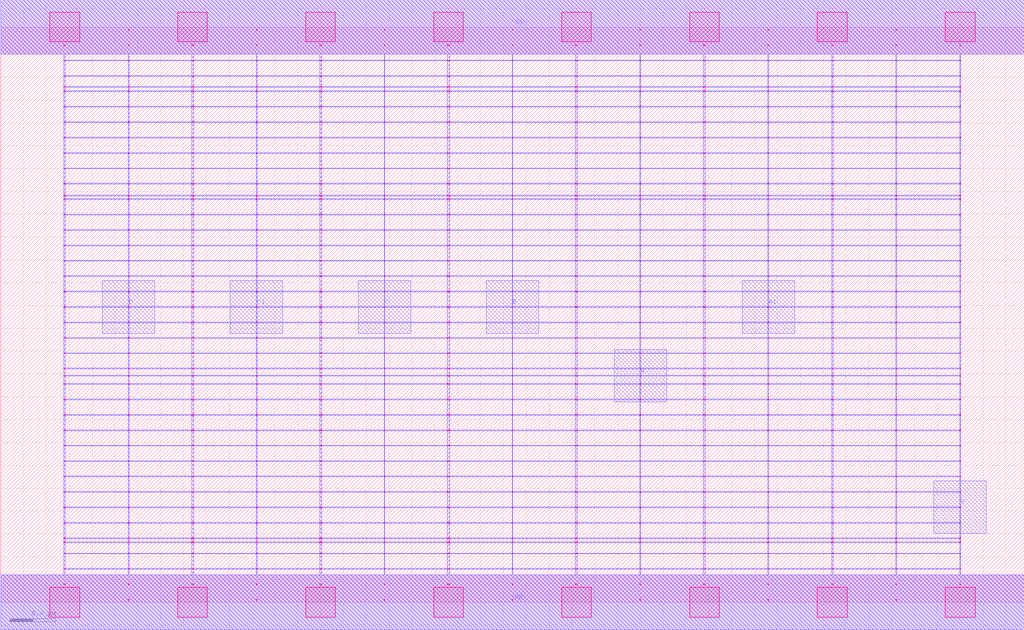
<source format=lef>
MACRO AOAOI2121_DEBUG
 CLASS CORE ;
 FOREIGN AOAOI2121_DEBUG 0 0 ;
 SIZE 8.96 BY 5.04 ;
 ORIGIN 0 0 ;
 SYMMETRY X Y R90 ;
 SITE unit ;
  PIN VDD
   DIRECTION INOUT ;
   USE SIGNAL ;
   SHAPE ABUTMENT ;
    PORT
     CLASS CORE ;
       LAYER met1 ;
        RECT 0.00000000 4.80000000 8.96000000 5.28000000 ;
       LAYER met2 ;
        RECT 0.00000000 4.80000000 8.96000000 5.28000000 ;
    END
  END VDD

  PIN GND
   DIRECTION INOUT ;
   USE SIGNAL ;
   SHAPE ABUTMENT ;
    PORT
     CLASS CORE ;
       LAYER met1 ;
        RECT 0.00000000 -0.24000000 8.96000000 0.24000000 ;
       LAYER met2 ;
        RECT 0.00000000 -0.24000000 8.96000000 0.24000000 ;
    END
  END GND

  PIN Y
   DIRECTION INOUT ;
   USE SIGNAL ;
   SHAPE ABUTMENT ;
    PORT
     CLASS CORE ;
       LAYER met2 ;
        RECT 8.17000000 0.60200000 8.63000000 1.06200000 ;
    END
  END Y

  PIN C1
   DIRECTION INOUT ;
   USE SIGNAL ;
   SHAPE ABUTMENT ;
    PORT
     CLASS CORE ;
       LAYER met2 ;
        RECT 2.01000000 2.35700000 2.47000000 2.81700000 ;
    END
  END C1

  PIN B
   DIRECTION INOUT ;
   USE SIGNAL ;
   SHAPE ABUTMENT ;
    PORT
     CLASS CORE ;
       LAYER met2 ;
        RECT 4.25000000 2.35700000 4.71000000 2.81700000 ;
    END
  END B

  PIN A
   DIRECTION INOUT ;
   USE SIGNAL ;
   SHAPE ABUTMENT ;
    PORT
     CLASS CORE ;
       LAYER met2 ;
        RECT 5.37000000 1.75500000 5.83000000 2.21500000 ;
    END
  END A

  PIN C
   DIRECTION INOUT ;
   USE SIGNAL ;
   SHAPE ABUTMENT ;
    PORT
     CLASS CORE ;
       LAYER met2 ;
        RECT 3.13000000 2.35700000 3.59000000 2.81700000 ;
    END
  END C

  PIN D
   DIRECTION INOUT ;
   USE SIGNAL ;
   SHAPE ABUTMENT ;
    PORT
     CLASS CORE ;
       LAYER met2 ;
        RECT 0.89000000 2.35700000 1.35000000 2.81700000 ;
    END
  END D

  PIN A1
   DIRECTION INOUT ;
   USE SIGNAL ;
   SHAPE ABUTMENT ;
    PORT
     CLASS CORE ;
       LAYER met2 ;
        RECT 6.49000000 2.35700000 6.95000000 2.81700000 ;
    END
  END A1

 OBS
    LAYER polycont ;
     RECT 4.47600000 2.58300000 4.48400000 2.59100000 ;
     RECT 4.47600000 2.71800000 4.48400000 2.72600000 ;
     RECT 4.47600000 2.85300000 4.48400000 2.86100000 ;
     RECT 4.47600000 2.98800000 4.48400000 2.99600000 ;
     RECT 6.71600000 2.58300000 6.72400000 2.59100000 ;
     RECT 7.27600000 2.58300000 7.28900000 2.59100000 ;
     RECT 7.83600000 2.58300000 7.84400000 2.59100000 ;
     RECT 8.39600000 2.58300000 8.40400000 2.59100000 ;
     RECT 5.03100000 2.58300000 5.04900000 2.59100000 ;
     RECT 5.03100000 2.71800000 5.04900000 2.72600000 ;
     RECT 5.59600000 2.71800000 5.60400000 2.72600000 ;
     RECT 6.15100000 2.71800000 6.16900000 2.72600000 ;
     RECT 6.71600000 2.71800000 6.72400000 2.72600000 ;
     RECT 7.27600000 2.71800000 7.28900000 2.72600000 ;
     RECT 7.83600000 2.71800000 7.84400000 2.72600000 ;
     RECT 8.39600000 2.71800000 8.40400000 2.72600000 ;
     RECT 5.59600000 2.58300000 5.60400000 2.59100000 ;
     RECT 5.03100000 2.85300000 5.04900000 2.86100000 ;
     RECT 5.59600000 2.85300000 5.60400000 2.86100000 ;
     RECT 6.15100000 2.85300000 6.16900000 2.86100000 ;
     RECT 6.71600000 2.85300000 6.72400000 2.86100000 ;
     RECT 7.27600000 2.85300000 7.28900000 2.86100000 ;
     RECT 7.83600000 2.85300000 7.84400000 2.86100000 ;
     RECT 8.39600000 2.85300000 8.40400000 2.86100000 ;
     RECT 6.15100000 2.58300000 6.16900000 2.59100000 ;
     RECT 5.03100000 2.98800000 5.04900000 2.99600000 ;
     RECT 5.59600000 2.98800000 5.60400000 2.99600000 ;
     RECT 6.15100000 2.98800000 6.16900000 2.99600000 ;
     RECT 6.71600000 2.98800000 6.72400000 2.99600000 ;
     RECT 7.27600000 2.98800000 7.28900000 2.99600000 ;
     RECT 7.83600000 2.98800000 7.84400000 2.99600000 ;
     RECT 8.39600000 2.98800000 8.40400000 2.99600000 ;
     RECT 7.83600000 3.12300000 7.84400000 3.13100000 ;
     RECT 8.39600000 3.12300000 8.40400000 3.13100000 ;
     RECT 7.83600000 3.25800000 7.84400000 3.26600000 ;
     RECT 8.39600000 3.25800000 8.40400000 3.26600000 ;
     RECT 7.83600000 3.39300000 7.84400000 3.40100000 ;
     RECT 8.39600000 3.39300000 8.40400000 3.40100000 ;
     RECT 7.83600000 3.52800000 7.84400000 3.53600000 ;
     RECT 8.39600000 3.52800000 8.40400000 3.53600000 ;
     RECT 7.83600000 3.56100000 7.84400000 3.56900000 ;
     RECT 8.39600000 3.56100000 8.40400000 3.56900000 ;
     RECT 7.83600000 3.66300000 7.84400000 3.67100000 ;
     RECT 8.39600000 3.66300000 8.40400000 3.67100000 ;
     RECT 7.83600000 3.79800000 7.84400000 3.80600000 ;
     RECT 8.39600000 3.79800000 8.40400000 3.80600000 ;
     RECT 7.83600000 3.93300000 7.84400000 3.94100000 ;
     RECT 8.39600000 3.93300000 8.40400000 3.94100000 ;
     RECT 7.83600000 4.06800000 7.84400000 4.07600000 ;
     RECT 8.39600000 4.06800000 8.40400000 4.07600000 ;
     RECT 7.83600000 4.20300000 7.84400000 4.21100000 ;
     RECT 8.39600000 4.20300000 8.40400000 4.21100000 ;
     RECT 7.83600000 4.33800000 7.84400000 4.34600000 ;
     RECT 8.39600000 4.33800000 8.40400000 4.34600000 ;
     RECT 7.83600000 4.47300000 7.84400000 4.48100000 ;
     RECT 8.39600000 4.47300000 8.40400000 4.48100000 ;
     RECT 7.83600000 4.51100000 7.84400000 4.51900000 ;
     RECT 8.39600000 4.51100000 8.40400000 4.51900000 ;
     RECT 7.83600000 4.60800000 7.84400000 4.61600000 ;
     RECT 8.39600000 4.60800000 8.40400000 4.61600000 ;
     RECT 7.83600000 4.74300000 7.84400000 4.75100000 ;
     RECT 8.39600000 4.74300000 8.40400000 4.75100000 ;
     RECT 7.83600000 4.87800000 7.84400000 4.88600000 ;
     RECT 8.39600000 4.87800000 8.40400000 4.88600000 ;
     RECT 3.91100000 2.85300000 3.92900000 2.86100000 ;
     RECT 1.11600000 2.71800000 1.12400000 2.72600000 ;
     RECT 1.67100000 2.71800000 1.68900000 2.72600000 ;
     RECT 2.23600000 2.71800000 2.24400000 2.72600000 ;
     RECT 2.79100000 2.71800000 2.80900000 2.72600000 ;
     RECT 3.35600000 2.71800000 3.36400000 2.72600000 ;
     RECT 3.91100000 2.71800000 3.92900000 2.72600000 ;
     RECT 1.11600000 2.58300000 1.12400000 2.59100000 ;
     RECT 1.67100000 2.58300000 1.68900000 2.59100000 ;
     RECT 0.55100000 2.98800000 0.56400000 2.99600000 ;
     RECT 1.11600000 2.98800000 1.12400000 2.99600000 ;
     RECT 1.67100000 2.98800000 1.68900000 2.99600000 ;
     RECT 2.23600000 2.98800000 2.24400000 2.99600000 ;
     RECT 2.79100000 2.98800000 2.80900000 2.99600000 ;
     RECT 3.35600000 2.98800000 3.36400000 2.99600000 ;
     RECT 3.91100000 2.98800000 3.92900000 2.99600000 ;
     RECT 2.23600000 2.58300000 2.24400000 2.59100000 ;
     RECT 2.79100000 2.58300000 2.80900000 2.59100000 ;
     RECT 3.35600000 2.58300000 3.36400000 2.59100000 ;
     RECT 3.91100000 2.58300000 3.92900000 2.59100000 ;
     RECT 0.55100000 2.58300000 0.56400000 2.59100000 ;
     RECT 0.55100000 2.71800000 0.56400000 2.72600000 ;
     RECT 0.55100000 2.85300000 0.56400000 2.86100000 ;
     RECT 1.11600000 2.85300000 1.12400000 2.86100000 ;
     RECT 1.67100000 2.85300000 1.68900000 2.86100000 ;
     RECT 2.23600000 2.85300000 2.24400000 2.86100000 ;
     RECT 2.79100000 2.85300000 2.80900000 2.86100000 ;
     RECT 3.35600000 2.85300000 3.36400000 2.86100000 ;
     RECT 5.59600000 1.63800000 5.60400000 1.64600000 ;
     RECT 5.59600000 1.77300000 5.60400000 1.78100000 ;
     RECT 5.59600000 1.90800000 5.60400000 1.91600000 ;
     RECT 5.59600000 1.98100000 5.60400000 1.98900000 ;
     RECT 5.59600000 2.04300000 5.60400000 2.05100000 ;
     RECT 5.59600000 2.17800000 5.60400000 2.18600000 ;
     RECT 5.59600000 2.31300000 5.60400000 2.32100000 ;
     RECT 5.59600000 2.44800000 5.60400000 2.45600000 ;
     RECT 5.59600000 0.15300000 5.60400000 0.16100000 ;
     RECT 5.59600000 0.28800000 5.60400000 0.29600000 ;
     RECT 5.59600000 0.42300000 5.60400000 0.43100000 ;
     RECT 5.59600000 0.52100000 5.60400000 0.52900000 ;
     RECT 5.59600000 0.55800000 5.60400000 0.56600000 ;
     RECT 5.59600000 0.69300000 5.60400000 0.70100000 ;
     RECT 5.59600000 0.82800000 5.60400000 0.83600000 ;
     RECT 5.59600000 0.96300000 5.60400000 0.97100000 ;
     RECT 5.59600000 1.09800000 5.60400000 1.10600000 ;
     RECT 5.59600000 1.23300000 5.60400000 1.24100000 ;
     RECT 5.59600000 1.36800000 5.60400000 1.37600000 ;
     RECT 5.59600000 1.50300000 5.60400000 1.51100000 ;

    LAYER pdiffc ;
     RECT 0.55100000 3.39300000 0.55900000 3.40100000 ;
     RECT 7.28100000 3.39300000 7.28900000 3.40100000 ;
     RECT 0.55100000 3.52800000 0.55900000 3.53600000 ;
     RECT 7.28100000 3.52800000 7.28900000 3.53600000 ;
     RECT 0.55100000 3.56100000 0.55900000 3.56900000 ;
     RECT 7.28100000 3.56100000 7.28900000 3.56900000 ;
     RECT 0.55100000 3.66300000 0.55900000 3.67100000 ;
     RECT 7.28100000 3.66300000 7.28900000 3.67100000 ;
     RECT 0.55100000 3.79800000 0.55900000 3.80600000 ;
     RECT 7.28100000 3.79800000 7.28900000 3.80600000 ;
     RECT 0.55100000 3.93300000 0.55900000 3.94100000 ;
     RECT 7.28100000 3.93300000 7.28900000 3.94100000 ;
     RECT 0.55100000 4.06800000 0.55900000 4.07600000 ;
     RECT 7.28100000 4.06800000 7.28900000 4.07600000 ;
     RECT 0.55100000 4.20300000 0.55900000 4.21100000 ;
     RECT 7.28100000 4.20300000 7.28900000 4.21100000 ;
     RECT 0.55100000 4.33800000 0.55900000 4.34600000 ;
     RECT 7.28100000 4.33800000 7.28900000 4.34600000 ;
     RECT 0.55100000 4.47300000 0.55900000 4.48100000 ;
     RECT 7.28100000 4.47300000 7.28900000 4.48100000 ;
     RECT 0.55100000 4.51100000 0.55900000 4.51900000 ;
     RECT 7.28100000 4.51100000 7.28900000 4.51900000 ;
     RECT 0.55100000 4.60800000 0.55900000 4.61600000 ;
     RECT 7.28100000 4.60800000 7.28900000 4.61600000 ;

    LAYER ndiffc ;
     RECT 5.03100000 0.42300000 5.04900000 0.43100000 ;
     RECT 6.15100000 0.42300000 6.16900000 0.43100000 ;
     RECT 7.27600000 0.42300000 7.28900000 0.43100000 ;
     RECT 8.39600000 0.42300000 8.40400000 0.43100000 ;
     RECT 5.03100000 0.52100000 5.04900000 0.52900000 ;
     RECT 6.15100000 0.52100000 6.16900000 0.52900000 ;
     RECT 7.27600000 0.52100000 7.28900000 0.52900000 ;
     RECT 8.39600000 0.52100000 8.40400000 0.52900000 ;
     RECT 5.03100000 0.55800000 5.04900000 0.56600000 ;
     RECT 6.15100000 0.55800000 6.16900000 0.56600000 ;
     RECT 7.27600000 0.55800000 7.28900000 0.56600000 ;
     RECT 8.39600000 0.55800000 8.40400000 0.56600000 ;
     RECT 5.03100000 0.69300000 5.04900000 0.70100000 ;
     RECT 6.15100000 0.69300000 6.16900000 0.70100000 ;
     RECT 7.27600000 0.69300000 7.28900000 0.70100000 ;
     RECT 8.39600000 0.69300000 8.40400000 0.70100000 ;
     RECT 5.03100000 0.82800000 5.04900000 0.83600000 ;
     RECT 6.15100000 0.82800000 6.16900000 0.83600000 ;
     RECT 7.27600000 0.82800000 7.28900000 0.83600000 ;
     RECT 8.39600000 0.82800000 8.40400000 0.83600000 ;
     RECT 5.03100000 0.96300000 5.04900000 0.97100000 ;
     RECT 6.15100000 0.96300000 6.16900000 0.97100000 ;
     RECT 7.27600000 0.96300000 7.28900000 0.97100000 ;
     RECT 8.39600000 0.96300000 8.40400000 0.97100000 ;
     RECT 5.03100000 1.09800000 5.04900000 1.10600000 ;
     RECT 6.15100000 1.09800000 6.16900000 1.10600000 ;
     RECT 7.27600000 1.09800000 7.28900000 1.10600000 ;
     RECT 8.39600000 1.09800000 8.40400000 1.10600000 ;
     RECT 5.03100000 1.23300000 5.04900000 1.24100000 ;
     RECT 6.15100000 1.23300000 6.16900000 1.24100000 ;
     RECT 7.27600000 1.23300000 7.28900000 1.24100000 ;
     RECT 8.39600000 1.23300000 8.40400000 1.24100000 ;
     RECT 5.03100000 1.36800000 5.04900000 1.37600000 ;
     RECT 6.15100000 1.36800000 6.16900000 1.37600000 ;
     RECT 7.27600000 1.36800000 7.28900000 1.37600000 ;
     RECT 8.39600000 1.36800000 8.40400000 1.37600000 ;
     RECT 5.03100000 1.50300000 5.04900000 1.51100000 ;
     RECT 6.15100000 1.50300000 6.16900000 1.51100000 ;
     RECT 7.27600000 1.50300000 7.28900000 1.51100000 ;
     RECT 8.39600000 1.50300000 8.40400000 1.51100000 ;
     RECT 5.03100000 1.63800000 5.04900000 1.64600000 ;
     RECT 6.15100000 1.63800000 6.16900000 1.64600000 ;
     RECT 7.27600000 1.63800000 7.28900000 1.64600000 ;
     RECT 8.39600000 1.63800000 8.40400000 1.64600000 ;
     RECT 5.03100000 1.77300000 5.04900000 1.78100000 ;
     RECT 6.15100000 1.77300000 6.16900000 1.78100000 ;
     RECT 7.27600000 1.77300000 7.28900000 1.78100000 ;
     RECT 8.39600000 1.77300000 8.40400000 1.78100000 ;
     RECT 5.03100000 1.90800000 5.04900000 1.91600000 ;
     RECT 6.15100000 1.90800000 6.16900000 1.91600000 ;
     RECT 7.27600000 1.90800000 7.28900000 1.91600000 ;
     RECT 8.39600000 1.90800000 8.40400000 1.91600000 ;
     RECT 5.03100000 1.98100000 5.04900000 1.98900000 ;
     RECT 6.15100000 1.98100000 6.16900000 1.98900000 ;
     RECT 7.27600000 1.98100000 7.28900000 1.98900000 ;
     RECT 8.39600000 1.98100000 8.40400000 1.98900000 ;
     RECT 5.03100000 2.04300000 5.04900000 2.05100000 ;
     RECT 6.15100000 2.04300000 6.16900000 2.05100000 ;
     RECT 7.27600000 2.04300000 7.28900000 2.05100000 ;
     RECT 8.39600000 2.04300000 8.40400000 2.05100000 ;
     RECT 0.55100000 0.42300000 0.56400000 0.43100000 ;
     RECT 1.67100000 0.42300000 1.68900000 0.43100000 ;
     RECT 2.79100000 0.42300000 2.80900000 0.43100000 ;
     RECT 3.91100000 0.42300000 3.92900000 0.43100000 ;
     RECT 0.55100000 1.36800000 0.56400000 1.37600000 ;
     RECT 1.67100000 1.36800000 1.68900000 1.37600000 ;
     RECT 2.79100000 1.36800000 2.80900000 1.37600000 ;
     RECT 3.91100000 1.36800000 3.92900000 1.37600000 ;
     RECT 0.55100000 0.82800000 0.56400000 0.83600000 ;
     RECT 1.67100000 0.82800000 1.68900000 0.83600000 ;
     RECT 2.79100000 0.82800000 2.80900000 0.83600000 ;
     RECT 3.91100000 0.82800000 3.92900000 0.83600000 ;
     RECT 0.55100000 1.50300000 0.56400000 1.51100000 ;
     RECT 1.67100000 1.50300000 1.68900000 1.51100000 ;
     RECT 2.79100000 1.50300000 2.80900000 1.51100000 ;
     RECT 3.91100000 1.50300000 3.92900000 1.51100000 ;
     RECT 0.55100000 0.55800000 0.56400000 0.56600000 ;
     RECT 1.67100000 0.55800000 1.68900000 0.56600000 ;
     RECT 2.79100000 0.55800000 2.80900000 0.56600000 ;
     RECT 3.91100000 0.55800000 3.92900000 0.56600000 ;
     RECT 0.55100000 1.63800000 0.56400000 1.64600000 ;
     RECT 1.67100000 1.63800000 1.68900000 1.64600000 ;
     RECT 2.79100000 1.63800000 2.80900000 1.64600000 ;
     RECT 3.91100000 1.63800000 3.92900000 1.64600000 ;
     RECT 0.55100000 0.96300000 0.56400000 0.97100000 ;
     RECT 1.67100000 0.96300000 1.68900000 0.97100000 ;
     RECT 2.79100000 0.96300000 2.80900000 0.97100000 ;
     RECT 3.91100000 0.96300000 3.92900000 0.97100000 ;
     RECT 0.55100000 1.77300000 0.56400000 1.78100000 ;
     RECT 1.67100000 1.77300000 1.68900000 1.78100000 ;
     RECT 2.79100000 1.77300000 2.80900000 1.78100000 ;
     RECT 3.91100000 1.77300000 3.92900000 1.78100000 ;
     RECT 0.55100000 0.52100000 0.56400000 0.52900000 ;
     RECT 1.67100000 0.52100000 1.68900000 0.52900000 ;
     RECT 2.79100000 0.52100000 2.80900000 0.52900000 ;
     RECT 3.91100000 0.52100000 3.92900000 0.52900000 ;
     RECT 0.55100000 1.90800000 0.56400000 1.91600000 ;
     RECT 1.67100000 1.90800000 1.68900000 1.91600000 ;
     RECT 2.79100000 1.90800000 2.80900000 1.91600000 ;
     RECT 3.91100000 1.90800000 3.92900000 1.91600000 ;
     RECT 0.55100000 1.09800000 0.56400000 1.10600000 ;
     RECT 1.67100000 1.09800000 1.68900000 1.10600000 ;
     RECT 2.79100000 1.09800000 2.80900000 1.10600000 ;
     RECT 3.91100000 1.09800000 3.92900000 1.10600000 ;
     RECT 0.55100000 1.98100000 0.56400000 1.98900000 ;
     RECT 1.67100000 1.98100000 1.68900000 1.98900000 ;
     RECT 2.79100000 1.98100000 2.80900000 1.98900000 ;
     RECT 3.91100000 1.98100000 3.92900000 1.98900000 ;
     RECT 0.55100000 0.69300000 0.56400000 0.70100000 ;
     RECT 1.67100000 0.69300000 1.68900000 0.70100000 ;
     RECT 2.79100000 0.69300000 2.80900000 0.70100000 ;
     RECT 3.91100000 0.69300000 3.92900000 0.70100000 ;
     RECT 0.55100000 2.04300000 0.56400000 2.05100000 ;
     RECT 1.67100000 2.04300000 1.68900000 2.05100000 ;
     RECT 2.79100000 2.04300000 2.80900000 2.05100000 ;
     RECT 3.91100000 2.04300000 3.92900000 2.05100000 ;
     RECT 0.55100000 1.23300000 0.56400000 1.24100000 ;
     RECT 1.67100000 1.23300000 1.68900000 1.24100000 ;
     RECT 2.79100000 1.23300000 2.80900000 1.24100000 ;
     RECT 3.91100000 1.23300000 3.92900000 1.24100000 ;

    LAYER met1 ;
     RECT 0.00000000 -0.24000000 8.96000000 0.24000000 ;
     RECT 4.47600000 0.24000000 4.48400000 0.28800000 ;
     RECT 0.55100000 0.28800000 8.40400000 0.29600000 ;
     RECT 4.47600000 0.29600000 4.48400000 0.42300000 ;
     RECT 0.55100000 0.42300000 8.40400000 0.43100000 ;
     RECT 4.47600000 0.43100000 4.48400000 0.52100000 ;
     RECT 0.55100000 0.52100000 8.40400000 0.52900000 ;
     RECT 4.47600000 0.52900000 4.48400000 0.55800000 ;
     RECT 0.55100000 0.55800000 8.40400000 0.56600000 ;
     RECT 4.47600000 0.56600000 4.48400000 0.69300000 ;
     RECT 0.55100000 0.69300000 8.40400000 0.70100000 ;
     RECT 4.47600000 0.70100000 4.48400000 0.82800000 ;
     RECT 0.55100000 0.82800000 8.40400000 0.83600000 ;
     RECT 4.47600000 0.83600000 4.48400000 0.96300000 ;
     RECT 0.55100000 0.96300000 8.40400000 0.97100000 ;
     RECT 4.47600000 0.97100000 4.48400000 1.09800000 ;
     RECT 0.55100000 1.09800000 8.40400000 1.10600000 ;
     RECT 4.47600000 1.10600000 4.48400000 1.23300000 ;
     RECT 0.55100000 1.23300000 8.40400000 1.24100000 ;
     RECT 4.47600000 1.24100000 4.48400000 1.36800000 ;
     RECT 0.55100000 1.36800000 8.40400000 1.37600000 ;
     RECT 4.47600000 1.37600000 4.48400000 1.50300000 ;
     RECT 0.55100000 1.50300000 8.40400000 1.51100000 ;
     RECT 4.47600000 1.51100000 4.48400000 1.63800000 ;
     RECT 0.55100000 1.63800000 8.40400000 1.64600000 ;
     RECT 4.47600000 1.64600000 4.48400000 1.77300000 ;
     RECT 0.55100000 1.77300000 8.40400000 1.78100000 ;
     RECT 4.47600000 1.78100000 4.48400000 1.90800000 ;
     RECT 0.55100000 1.90800000 8.40400000 1.91600000 ;
     RECT 4.47600000 1.91600000 4.48400000 1.98100000 ;
     RECT 0.55100000 1.98100000 8.40400000 1.98900000 ;
     RECT 4.47600000 1.98900000 4.48400000 2.04300000 ;
     RECT 0.55100000 2.04300000 8.40400000 2.05100000 ;
     RECT 4.47600000 2.05100000 4.48400000 2.17800000 ;
     RECT 0.55100000 2.17800000 8.40400000 2.18600000 ;
     RECT 4.47600000 2.18600000 4.48400000 2.31300000 ;
     RECT 0.55100000 2.31300000 8.40400000 2.32100000 ;
     RECT 4.47600000 2.32100000 4.48400000 2.44800000 ;
     RECT 0.55100000 2.44800000 8.40400000 2.45600000 ;
     RECT 0.55100000 2.45600000 0.56400000 2.58300000 ;
     RECT 1.11600000 2.45600000 1.12400000 2.58300000 ;
     RECT 1.67100000 2.45600000 1.68900000 2.58300000 ;
     RECT 2.23600000 2.45600000 2.24400000 2.58300000 ;
     RECT 2.79100000 2.45600000 2.80900000 2.58300000 ;
     RECT 3.35600000 2.45600000 3.36400000 2.58300000 ;
     RECT 3.91100000 2.45600000 3.92900000 2.58300000 ;
     RECT 4.47600000 2.45600000 4.48400000 2.58300000 ;
     RECT 5.03100000 2.45600000 5.04900000 2.58300000 ;
     RECT 5.59600000 2.45600000 5.60400000 2.58300000 ;
     RECT 6.15100000 2.45600000 6.16900000 2.58300000 ;
     RECT 6.71600000 2.45600000 6.72400000 2.58300000 ;
     RECT 7.27600000 2.45600000 7.28900000 2.58300000 ;
     RECT 7.83600000 2.45600000 7.84400000 2.58300000 ;
     RECT 8.39600000 2.45600000 8.40400000 2.58300000 ;
     RECT 0.55100000 2.58300000 8.40400000 2.59100000 ;
     RECT 4.47600000 2.59100000 4.48400000 2.71800000 ;
     RECT 0.55100000 2.71800000 8.40400000 2.72600000 ;
     RECT 4.47600000 2.72600000 4.48400000 2.85300000 ;
     RECT 0.55100000 2.85300000 8.40400000 2.86100000 ;
     RECT 4.47600000 2.86100000 4.48400000 2.98800000 ;
     RECT 0.55100000 2.98800000 8.40400000 2.99600000 ;
     RECT 4.47600000 2.99600000 4.48400000 3.12300000 ;
     RECT 0.55100000 3.12300000 8.40400000 3.13100000 ;
     RECT 4.47600000 3.13100000 4.48400000 3.25800000 ;
     RECT 0.55100000 3.25800000 8.40400000 3.26600000 ;
     RECT 4.47600000 3.26600000 4.48400000 3.39300000 ;
     RECT 0.55100000 3.39300000 8.40400000 3.40100000 ;
     RECT 4.47600000 3.40100000 4.48400000 3.52800000 ;
     RECT 0.55100000 3.52800000 8.40400000 3.53600000 ;
     RECT 4.47600000 3.53600000 4.48400000 3.56100000 ;
     RECT 0.55100000 3.56100000 8.40400000 3.56900000 ;
     RECT 4.47600000 3.56900000 4.48400000 3.66300000 ;
     RECT 0.55100000 3.66300000 8.40400000 3.67100000 ;
     RECT 4.47600000 3.67100000 4.48400000 3.79800000 ;
     RECT 0.55100000 3.79800000 8.40400000 3.80600000 ;
     RECT 4.47600000 3.80600000 4.48400000 3.93300000 ;
     RECT 0.55100000 3.93300000 8.40400000 3.94100000 ;
     RECT 4.47600000 3.94100000 4.48400000 4.06800000 ;
     RECT 0.55100000 4.06800000 8.40400000 4.07600000 ;
     RECT 4.47600000 4.07600000 4.48400000 4.20300000 ;
     RECT 0.55100000 4.20300000 8.40400000 4.21100000 ;
     RECT 4.47600000 4.21100000 4.48400000 4.33800000 ;
     RECT 0.55100000 4.33800000 8.40400000 4.34600000 ;
     RECT 4.47600000 4.34600000 4.48400000 4.47300000 ;
     RECT 0.55100000 4.47300000 8.40400000 4.48100000 ;
     RECT 4.47600000 4.48100000 4.48400000 4.51100000 ;
     RECT 0.55100000 4.51100000 8.40400000 4.51900000 ;
     RECT 4.47600000 4.51900000 4.48400000 4.60800000 ;
     RECT 0.55100000 4.60800000 8.40400000 4.61600000 ;
     RECT 4.47600000 4.61600000 4.48400000 4.74300000 ;
     RECT 0.55100000 4.74300000 8.40400000 4.75100000 ;
     RECT 4.47600000 4.75100000 4.48400000 4.80000000 ;
     RECT 0.00000000 4.80000000 8.96000000 5.28000000 ;
     RECT 6.71600000 3.13100000 6.72400000 3.25800000 ;
     RECT 6.71600000 3.26600000 6.72400000 3.39300000 ;
     RECT 6.71600000 3.40100000 6.72400000 3.52800000 ;
     RECT 6.71600000 2.72600000 6.72400000 2.85300000 ;
     RECT 6.71600000 3.53600000 6.72400000 3.56100000 ;
     RECT 6.71600000 3.56900000 6.72400000 3.66300000 ;
     RECT 6.71600000 2.59100000 6.72400000 2.71800000 ;
     RECT 6.71600000 3.67100000 6.72400000 3.79800000 ;
     RECT 5.03100000 3.80600000 5.04900000 3.93300000 ;
     RECT 5.59600000 3.80600000 5.60400000 3.93300000 ;
     RECT 6.15100000 3.80600000 6.16900000 3.93300000 ;
     RECT 6.71600000 3.80600000 6.72400000 3.93300000 ;
     RECT 7.27600000 3.80600000 7.28900000 3.93300000 ;
     RECT 7.83600000 3.80600000 7.84400000 3.93300000 ;
     RECT 8.39600000 3.80600000 8.40400000 3.93300000 ;
     RECT 6.71600000 2.86100000 6.72400000 2.98800000 ;
     RECT 6.71600000 3.94100000 6.72400000 4.06800000 ;
     RECT 6.71600000 4.07600000 6.72400000 4.20300000 ;
     RECT 6.71600000 4.21100000 6.72400000 4.33800000 ;
     RECT 6.71600000 4.34600000 6.72400000 4.47300000 ;
     RECT 6.71600000 4.48100000 6.72400000 4.51100000 ;
     RECT 6.71600000 2.99600000 6.72400000 3.12300000 ;
     RECT 6.71600000 4.51900000 6.72400000 4.60800000 ;
     RECT 6.71600000 4.61600000 6.72400000 4.74300000 ;
     RECT 6.71600000 4.75100000 6.72400000 4.80000000 ;
     RECT 7.27600000 4.21100000 7.28900000 4.33800000 ;
     RECT 7.83600000 4.21100000 7.84400000 4.33800000 ;
     RECT 8.39600000 4.21100000 8.40400000 4.33800000 ;
     RECT 8.39600000 3.94100000 8.40400000 4.06800000 ;
     RECT 7.27600000 4.34600000 7.28900000 4.47300000 ;
     RECT 7.83600000 4.34600000 7.84400000 4.47300000 ;
     RECT 8.39600000 4.34600000 8.40400000 4.47300000 ;
     RECT 7.27600000 3.94100000 7.28900000 4.06800000 ;
     RECT 7.27600000 4.48100000 7.28900000 4.51100000 ;
     RECT 7.83600000 4.48100000 7.84400000 4.51100000 ;
     RECT 8.39600000 4.48100000 8.40400000 4.51100000 ;
     RECT 7.27600000 4.07600000 7.28900000 4.20300000 ;
     RECT 7.83600000 4.07600000 7.84400000 4.20300000 ;
     RECT 7.27600000 4.51900000 7.28900000 4.60800000 ;
     RECT 7.83600000 4.51900000 7.84400000 4.60800000 ;
     RECT 8.39600000 4.51900000 8.40400000 4.60800000 ;
     RECT 8.39600000 4.07600000 8.40400000 4.20300000 ;
     RECT 7.27600000 4.61600000 7.28900000 4.74300000 ;
     RECT 7.83600000 4.61600000 7.84400000 4.74300000 ;
     RECT 8.39600000 4.61600000 8.40400000 4.74300000 ;
     RECT 7.83600000 3.94100000 7.84400000 4.06800000 ;
     RECT 7.27600000 4.75100000 7.28900000 4.80000000 ;
     RECT 7.83600000 4.75100000 7.84400000 4.80000000 ;
     RECT 8.39600000 4.75100000 8.40400000 4.80000000 ;
     RECT 6.15100000 4.07600000 6.16900000 4.20300000 ;
     RECT 5.59600000 3.94100000 5.60400000 4.06800000 ;
     RECT 6.15100000 3.94100000 6.16900000 4.06800000 ;
     RECT 5.03100000 4.51900000 5.04900000 4.60800000 ;
     RECT 5.59600000 4.51900000 5.60400000 4.60800000 ;
     RECT 6.15100000 4.51900000 6.16900000 4.60800000 ;
     RECT 5.03100000 4.34600000 5.04900000 4.47300000 ;
     RECT 5.59600000 4.34600000 5.60400000 4.47300000 ;
     RECT 6.15100000 4.34600000 6.16900000 4.47300000 ;
     RECT 5.03100000 3.94100000 5.04900000 4.06800000 ;
     RECT 5.03100000 4.61600000 5.04900000 4.74300000 ;
     RECT 5.59600000 4.61600000 5.60400000 4.74300000 ;
     RECT 6.15100000 4.61600000 6.16900000 4.74300000 ;
     RECT 5.03100000 4.07600000 5.04900000 4.20300000 ;
     RECT 5.03100000 4.21100000 5.04900000 4.33800000 ;
     RECT 5.59600000 4.21100000 5.60400000 4.33800000 ;
     RECT 5.03100000 4.48100000 5.04900000 4.51100000 ;
     RECT 5.03100000 4.75100000 5.04900000 4.80000000 ;
     RECT 5.59600000 4.75100000 5.60400000 4.80000000 ;
     RECT 6.15100000 4.75100000 6.16900000 4.80000000 ;
     RECT 5.59600000 4.48100000 5.60400000 4.51100000 ;
     RECT 6.15100000 4.48100000 6.16900000 4.51100000 ;
     RECT 6.15100000 4.21100000 6.16900000 4.33800000 ;
     RECT 5.59600000 4.07600000 5.60400000 4.20300000 ;
     RECT 5.03100000 3.56900000 5.04900000 3.66300000 ;
     RECT 5.59600000 3.56900000 5.60400000 3.66300000 ;
     RECT 6.15100000 3.56900000 6.16900000 3.66300000 ;
     RECT 5.03100000 3.26600000 5.04900000 3.39300000 ;
     RECT 6.15100000 2.59100000 6.16900000 2.71800000 ;
     RECT 5.59600000 3.26600000 5.60400000 3.39300000 ;
     RECT 5.03100000 3.67100000 5.04900000 3.79800000 ;
     RECT 5.59600000 3.67100000 5.60400000 3.79800000 ;
     RECT 6.15100000 3.67100000 6.16900000 3.79800000 ;
     RECT 6.15100000 3.26600000 6.16900000 3.39300000 ;
     RECT 5.03100000 2.86100000 5.04900000 2.98800000 ;
     RECT 5.59600000 2.86100000 5.60400000 2.98800000 ;
     RECT 6.15100000 3.13100000 6.16900000 3.25800000 ;
     RECT 5.59600000 2.72600000 5.60400000 2.85300000 ;
     RECT 6.15100000 2.72600000 6.16900000 2.85300000 ;
     RECT 5.03100000 3.40100000 5.04900000 3.52800000 ;
     RECT 5.59600000 3.40100000 5.60400000 3.52800000 ;
     RECT 5.03100000 2.99600000 5.04900000 3.12300000 ;
     RECT 6.15100000 3.40100000 6.16900000 3.52800000 ;
     RECT 5.59600000 3.13100000 5.60400000 3.25800000 ;
     RECT 6.15100000 2.86100000 6.16900000 2.98800000 ;
     RECT 5.03100000 2.59100000 5.04900000 2.71800000 ;
     RECT 5.59600000 2.59100000 5.60400000 2.71800000 ;
     RECT 5.03100000 3.53600000 5.04900000 3.56100000 ;
     RECT 5.59600000 3.53600000 5.60400000 3.56100000 ;
     RECT 6.15100000 3.53600000 6.16900000 3.56100000 ;
     RECT 5.59600000 2.99600000 5.60400000 3.12300000 ;
     RECT 6.15100000 2.99600000 6.16900000 3.12300000 ;
     RECT 5.03100000 2.72600000 5.04900000 2.85300000 ;
     RECT 5.03100000 3.13100000 5.04900000 3.25800000 ;
     RECT 7.83600000 2.72600000 7.84400000 2.85300000 ;
     RECT 8.39600000 2.86100000 8.40400000 2.98800000 ;
     RECT 7.27600000 2.59100000 7.28900000 2.71800000 ;
     RECT 7.27600000 2.99600000 7.28900000 3.12300000 ;
     RECT 8.39600000 2.72600000 8.40400000 2.85300000 ;
     RECT 8.39600000 3.26600000 8.40400000 3.39300000 ;
     RECT 7.27600000 3.40100000 7.28900000 3.52800000 ;
     RECT 7.83600000 3.40100000 7.84400000 3.52800000 ;
     RECT 8.39600000 3.40100000 8.40400000 3.52800000 ;
     RECT 7.27600000 3.56900000 7.28900000 3.66300000 ;
     RECT 7.83600000 3.56900000 7.84400000 3.66300000 ;
     RECT 7.83600000 2.99600000 7.84400000 3.12300000 ;
     RECT 8.39600000 2.99600000 8.40400000 3.12300000 ;
     RECT 7.83600000 2.59100000 7.84400000 2.71800000 ;
     RECT 8.39600000 3.56900000 8.40400000 3.66300000 ;
     RECT 7.27600000 3.13100000 7.28900000 3.25800000 ;
     RECT 7.27600000 2.72600000 7.28900000 2.85300000 ;
     RECT 7.83600000 3.13100000 7.84400000 3.25800000 ;
     RECT 8.39600000 3.13100000 8.40400000 3.25800000 ;
     RECT 7.27600000 3.26600000 7.28900000 3.39300000 ;
     RECT 8.39600000 2.59100000 8.40400000 2.71800000 ;
     RECT 7.83600000 3.26600000 7.84400000 3.39300000 ;
     RECT 7.27600000 2.86100000 7.28900000 2.98800000 ;
     RECT 7.83600000 2.86100000 7.84400000 2.98800000 ;
     RECT 7.27600000 3.67100000 7.28900000 3.79800000 ;
     RECT 7.83600000 3.67100000 7.84400000 3.79800000 ;
     RECT 8.39600000 3.67100000 8.40400000 3.79800000 ;
     RECT 7.27600000 3.53600000 7.28900000 3.56100000 ;
     RECT 7.83600000 3.53600000 7.84400000 3.56100000 ;
     RECT 8.39600000 3.53600000 8.40400000 3.56100000 ;
     RECT 2.23600000 3.94100000 2.24400000 4.06800000 ;
     RECT 2.23600000 3.40100000 2.24400000 3.52800000 ;
     RECT 2.23600000 4.07600000 2.24400000 4.20300000 ;
     RECT 2.23600000 3.53600000 2.24400000 3.56100000 ;
     RECT 2.23600000 4.21100000 2.24400000 4.33800000 ;
     RECT 2.23600000 2.86100000 2.24400000 2.98800000 ;
     RECT 2.23600000 3.13100000 2.24400000 3.25800000 ;
     RECT 2.23600000 4.34600000 2.24400000 4.47300000 ;
     RECT 2.23600000 3.56900000 2.24400000 3.66300000 ;
     RECT 2.23600000 4.48100000 2.24400000 4.51100000 ;
     RECT 2.23600000 2.72600000 2.24400000 2.85300000 ;
     RECT 2.23600000 4.51900000 2.24400000 4.60800000 ;
     RECT 2.23600000 3.67100000 2.24400000 3.79800000 ;
     RECT 2.23600000 4.61600000 2.24400000 4.74300000 ;
     RECT 2.23600000 3.26600000 2.24400000 3.39300000 ;
     RECT 2.23600000 2.59100000 2.24400000 2.71800000 ;
     RECT 0.55100000 3.80600000 0.56400000 3.93300000 ;
     RECT 1.11600000 3.80600000 1.12400000 3.93300000 ;
     RECT 2.23600000 4.75100000 2.24400000 4.80000000 ;
     RECT 1.67100000 3.80600000 1.68900000 3.93300000 ;
     RECT 2.23600000 3.80600000 2.24400000 3.93300000 ;
     RECT 2.79100000 3.80600000 2.80900000 3.93300000 ;
     RECT 3.35600000 3.80600000 3.36400000 3.93300000 ;
     RECT 3.91100000 3.80600000 3.92900000 3.93300000 ;
     RECT 2.23600000 2.99600000 2.24400000 3.12300000 ;
     RECT 2.79100000 3.94100000 2.80900000 4.06800000 ;
     RECT 2.79100000 4.21100000 2.80900000 4.33800000 ;
     RECT 2.79100000 4.51900000 2.80900000 4.60800000 ;
     RECT 3.35600000 4.51900000 3.36400000 4.60800000 ;
     RECT 3.91100000 4.51900000 3.92900000 4.60800000 ;
     RECT 3.35600000 4.21100000 3.36400000 4.33800000 ;
     RECT 3.91100000 4.21100000 3.92900000 4.33800000 ;
     RECT 2.79100000 4.61600000 2.80900000 4.74300000 ;
     RECT 3.35600000 4.61600000 3.36400000 4.74300000 ;
     RECT 3.91100000 4.61600000 3.92900000 4.74300000 ;
     RECT 3.35600000 3.94100000 3.36400000 4.06800000 ;
     RECT 2.79100000 4.07600000 2.80900000 4.20300000 ;
     RECT 3.35600000 4.07600000 3.36400000 4.20300000 ;
     RECT 2.79100000 4.34600000 2.80900000 4.47300000 ;
     RECT 3.35600000 4.34600000 3.36400000 4.47300000 ;
     RECT 2.79100000 4.75100000 2.80900000 4.80000000 ;
     RECT 3.35600000 4.75100000 3.36400000 4.80000000 ;
     RECT 3.91100000 4.75100000 3.92900000 4.80000000 ;
     RECT 3.91100000 4.34600000 3.92900000 4.47300000 ;
     RECT 3.91100000 4.07600000 3.92900000 4.20300000 ;
     RECT 3.91100000 3.94100000 3.92900000 4.06800000 ;
     RECT 2.79100000 4.48100000 2.80900000 4.51100000 ;
     RECT 3.35600000 4.48100000 3.36400000 4.51100000 ;
     RECT 3.91100000 4.48100000 3.92900000 4.51100000 ;
     RECT 0.55100000 4.61600000 0.56400000 4.74300000 ;
     RECT 1.11600000 4.61600000 1.12400000 4.74300000 ;
     RECT 1.67100000 4.61600000 1.68900000 4.74300000 ;
     RECT 1.67100000 4.07600000 1.68900000 4.20300000 ;
     RECT 1.67100000 3.94100000 1.68900000 4.06800000 ;
     RECT 0.55100000 4.48100000 0.56400000 4.51100000 ;
     RECT 1.11600000 4.48100000 1.12400000 4.51100000 ;
     RECT 1.67100000 4.48100000 1.68900000 4.51100000 ;
     RECT 0.55100000 3.94100000 0.56400000 4.06800000 ;
     RECT 1.11600000 3.94100000 1.12400000 4.06800000 ;
     RECT 0.55100000 4.07600000 0.56400000 4.20300000 ;
     RECT 0.55100000 4.75100000 0.56400000 4.80000000 ;
     RECT 1.11600000 4.75100000 1.12400000 4.80000000 ;
     RECT 1.67100000 4.75100000 1.68900000 4.80000000 ;
     RECT 1.11600000 4.07600000 1.12400000 4.20300000 ;
     RECT 0.55100000 4.34600000 0.56400000 4.47300000 ;
     RECT 0.55100000 4.51900000 0.56400000 4.60800000 ;
     RECT 1.11600000 4.51900000 1.12400000 4.60800000 ;
     RECT 1.67100000 4.51900000 1.68900000 4.60800000 ;
     RECT 1.11600000 4.34600000 1.12400000 4.47300000 ;
     RECT 1.67100000 4.34600000 1.68900000 4.47300000 ;
     RECT 0.55100000 4.21100000 0.56400000 4.33800000 ;
     RECT 1.11600000 4.21100000 1.12400000 4.33800000 ;
     RECT 1.67100000 4.21100000 1.68900000 4.33800000 ;
     RECT 0.55100000 3.56900000 0.56400000 3.66300000 ;
     RECT 1.11600000 3.26600000 1.12400000 3.39300000 ;
     RECT 1.67100000 3.26600000 1.68900000 3.39300000 ;
     RECT 1.11600000 3.56900000 1.12400000 3.66300000 ;
     RECT 1.67100000 3.56900000 1.68900000 3.66300000 ;
     RECT 0.55100000 2.72600000 0.56400000 2.85300000 ;
     RECT 1.67100000 3.40100000 1.68900000 3.52800000 ;
     RECT 1.11600000 2.72600000 1.12400000 2.85300000 ;
     RECT 0.55100000 2.86100000 0.56400000 2.98800000 ;
     RECT 1.11600000 2.86100000 1.12400000 2.98800000 ;
     RECT 0.55100000 3.13100000 0.56400000 3.25800000 ;
     RECT 1.11600000 3.13100000 1.12400000 3.25800000 ;
     RECT 1.67100000 3.13100000 1.68900000 3.25800000 ;
     RECT 1.67100000 2.72600000 1.68900000 2.85300000 ;
     RECT 1.67100000 2.86100000 1.68900000 2.98800000 ;
     RECT 1.67100000 2.59100000 1.68900000 2.71800000 ;
     RECT 0.55100000 3.26600000 0.56400000 3.39300000 ;
     RECT 0.55100000 3.53600000 0.56400000 3.56100000 ;
     RECT 1.11600000 3.53600000 1.12400000 3.56100000 ;
     RECT 1.67100000 3.53600000 1.68900000 3.56100000 ;
     RECT 0.55100000 3.40100000 0.56400000 3.52800000 ;
     RECT 1.11600000 3.40100000 1.12400000 3.52800000 ;
     RECT 0.55100000 2.59100000 0.56400000 2.71800000 ;
     RECT 1.11600000 2.59100000 1.12400000 2.71800000 ;
     RECT 0.55100000 3.67100000 0.56400000 3.79800000 ;
     RECT 1.11600000 3.67100000 1.12400000 3.79800000 ;
     RECT 0.55100000 2.99600000 0.56400000 3.12300000 ;
     RECT 1.11600000 2.99600000 1.12400000 3.12300000 ;
     RECT 1.67100000 2.99600000 1.68900000 3.12300000 ;
     RECT 1.67100000 3.67100000 1.68900000 3.79800000 ;
     RECT 3.91100000 3.40100000 3.92900000 3.52800000 ;
     RECT 3.91100000 3.13100000 3.92900000 3.25800000 ;
     RECT 2.79100000 2.72600000 2.80900000 2.85300000 ;
     RECT 3.35600000 2.72600000 3.36400000 2.85300000 ;
     RECT 3.91100000 2.72600000 3.92900000 2.85300000 ;
     RECT 2.79100000 2.86100000 2.80900000 2.98800000 ;
     RECT 2.79100000 3.26600000 2.80900000 3.39300000 ;
     RECT 3.35600000 3.26600000 3.36400000 3.39300000 ;
     RECT 3.91100000 3.26600000 3.92900000 3.39300000 ;
     RECT 3.91100000 2.99600000 3.92900000 3.12300000 ;
     RECT 2.79100000 2.59100000 2.80900000 2.71800000 ;
     RECT 3.35600000 2.59100000 3.36400000 2.71800000 ;
     RECT 3.91100000 2.59100000 3.92900000 2.71800000 ;
     RECT 3.35600000 2.99600000 3.36400000 3.12300000 ;
     RECT 2.79100000 3.13100000 2.80900000 3.25800000 ;
     RECT 2.79100000 3.56900000 2.80900000 3.66300000 ;
     RECT 3.35600000 3.56900000 3.36400000 3.66300000 ;
     RECT 3.91100000 3.56900000 3.92900000 3.66300000 ;
     RECT 3.35600000 3.13100000 3.36400000 3.25800000 ;
     RECT 2.79100000 2.99600000 2.80900000 3.12300000 ;
     RECT 2.79100000 3.40100000 2.80900000 3.52800000 ;
     RECT 3.35600000 3.40100000 3.36400000 3.52800000 ;
     RECT 3.35600000 3.53600000 3.36400000 3.56100000 ;
     RECT 2.79100000 3.67100000 2.80900000 3.79800000 ;
     RECT 3.35600000 3.67100000 3.36400000 3.79800000 ;
     RECT 3.91100000 3.67100000 3.92900000 3.79800000 ;
     RECT 3.91100000 3.53600000 3.92900000 3.56100000 ;
     RECT 2.79100000 3.53600000 2.80900000 3.56100000 ;
     RECT 3.35600000 2.86100000 3.36400000 2.98800000 ;
     RECT 3.91100000 2.86100000 3.92900000 2.98800000 ;
     RECT 2.23600000 1.37600000 2.24400000 1.50300000 ;
     RECT 2.23600000 0.43100000 2.24400000 0.52100000 ;
     RECT 2.23600000 1.51100000 2.24400000 1.63800000 ;
     RECT 2.23600000 1.64600000 2.24400000 1.77300000 ;
     RECT 2.23600000 1.78100000 2.24400000 1.90800000 ;
     RECT 2.23600000 1.91600000 2.24400000 1.98100000 ;
     RECT 2.23600000 1.98900000 2.24400000 2.04300000 ;
     RECT 2.23600000 0.52900000 2.24400000 0.55800000 ;
     RECT 2.23600000 2.05100000 2.24400000 2.17800000 ;
     RECT 2.23600000 2.18600000 2.24400000 2.31300000 ;
     RECT 2.23600000 2.32100000 2.24400000 2.44800000 ;
     RECT 2.23600000 0.56600000 2.24400000 0.69300000 ;
     RECT 2.23600000 0.70100000 2.24400000 0.82800000 ;
     RECT 2.23600000 0.83600000 2.24400000 0.96300000 ;
     RECT 2.23600000 0.29600000 2.24400000 0.42300000 ;
     RECT 2.23600000 0.97100000 2.24400000 1.09800000 ;
     RECT 0.55100000 1.10600000 0.56400000 1.23300000 ;
     RECT 1.11600000 1.10600000 1.12400000 1.23300000 ;
     RECT 1.67100000 1.10600000 1.68900000 1.23300000 ;
     RECT 2.23600000 1.10600000 2.24400000 1.23300000 ;
     RECT 2.79100000 1.10600000 2.80900000 1.23300000 ;
     RECT 3.35600000 1.10600000 3.36400000 1.23300000 ;
     RECT 3.91100000 1.10600000 3.92900000 1.23300000 ;
     RECT 2.23600000 0.24000000 2.24400000 0.28800000 ;
     RECT 2.23600000 1.24100000 2.24400000 1.36800000 ;
     RECT 3.35600000 1.51100000 3.36400000 1.63800000 ;
     RECT 3.91100000 1.51100000 3.92900000 1.63800000 ;
     RECT 2.79100000 2.05100000 2.80900000 2.17800000 ;
     RECT 3.35600000 2.05100000 3.36400000 2.17800000 ;
     RECT 3.91100000 2.05100000 3.92900000 2.17800000 ;
     RECT 3.91100000 1.37600000 3.92900000 1.50300000 ;
     RECT 2.79100000 2.18600000 2.80900000 2.31300000 ;
     RECT 3.35600000 2.18600000 3.36400000 2.31300000 ;
     RECT 3.91100000 2.18600000 3.92900000 2.31300000 ;
     RECT 2.79100000 1.64600000 2.80900000 1.77300000 ;
     RECT 2.79100000 2.32100000 2.80900000 2.44800000 ;
     RECT 3.35600000 2.32100000 3.36400000 2.44800000 ;
     RECT 3.91100000 2.32100000 3.92900000 2.44800000 ;
     RECT 3.35600000 1.64600000 3.36400000 1.77300000 ;
     RECT 3.91100000 1.64600000 3.92900000 1.77300000 ;
     RECT 2.79100000 1.37600000 2.80900000 1.50300000 ;
     RECT 2.79100000 1.78100000 2.80900000 1.90800000 ;
     RECT 3.35600000 1.78100000 3.36400000 1.90800000 ;
     RECT 3.91100000 1.78100000 3.92900000 1.90800000 ;
     RECT 3.35600000 1.37600000 3.36400000 1.50300000 ;
     RECT 2.79100000 1.91600000 2.80900000 1.98100000 ;
     RECT 3.35600000 1.91600000 3.36400000 1.98100000 ;
     RECT 3.91100000 1.91600000 3.92900000 1.98100000 ;
     RECT 2.79100000 1.51100000 2.80900000 1.63800000 ;
     RECT 2.79100000 1.98900000 2.80900000 2.04300000 ;
     RECT 3.35600000 1.98900000 3.36400000 2.04300000 ;
     RECT 3.91100000 1.98900000 3.92900000 2.04300000 ;
     RECT 2.79100000 1.24100000 2.80900000 1.36800000 ;
     RECT 3.35600000 1.24100000 3.36400000 1.36800000 ;
     RECT 3.91100000 1.24100000 3.92900000 1.36800000 ;
     RECT 0.55100000 1.78100000 0.56400000 1.90800000 ;
     RECT 0.55100000 2.32100000 0.56400000 2.44800000 ;
     RECT 1.11600000 2.32100000 1.12400000 2.44800000 ;
     RECT 1.67100000 2.32100000 1.68900000 2.44800000 ;
     RECT 0.55100000 1.98900000 0.56400000 2.04300000 ;
     RECT 1.11600000 1.98900000 1.12400000 2.04300000 ;
     RECT 1.67100000 1.98900000 1.68900000 2.04300000 ;
     RECT 1.11600000 1.78100000 1.12400000 1.90800000 ;
     RECT 1.67100000 1.78100000 1.68900000 1.90800000 ;
     RECT 0.55100000 1.64600000 0.56400000 1.77300000 ;
     RECT 1.11600000 1.64600000 1.12400000 1.77300000 ;
     RECT 1.67100000 1.64600000 1.68900000 1.77300000 ;
     RECT 0.55100000 2.05100000 0.56400000 2.17800000 ;
     RECT 1.11600000 2.05100000 1.12400000 2.17800000 ;
     RECT 1.67100000 2.05100000 1.68900000 2.17800000 ;
     RECT 1.67100000 1.37600000 1.68900000 1.50300000 ;
     RECT 0.55100000 1.91600000 0.56400000 1.98100000 ;
     RECT 1.11600000 1.91600000 1.12400000 1.98100000 ;
     RECT 1.67100000 1.91600000 1.68900000 1.98100000 ;
     RECT 0.55100000 2.18600000 0.56400000 2.31300000 ;
     RECT 1.11600000 2.18600000 1.12400000 2.31300000 ;
     RECT 0.55100000 1.24100000 0.56400000 1.36800000 ;
     RECT 1.11600000 1.24100000 1.12400000 1.36800000 ;
     RECT 1.67100000 1.24100000 1.68900000 1.36800000 ;
     RECT 1.67100000 2.18600000 1.68900000 2.31300000 ;
     RECT 0.55100000 1.51100000 0.56400000 1.63800000 ;
     RECT 1.11600000 1.51100000 1.12400000 1.63800000 ;
     RECT 1.67100000 1.51100000 1.68900000 1.63800000 ;
     RECT 0.55100000 1.37600000 0.56400000 1.50300000 ;
     RECT 1.11600000 1.37600000 1.12400000 1.50300000 ;
     RECT 0.55100000 0.97100000 0.56400000 1.09800000 ;
     RECT 1.11600000 0.97100000 1.12400000 1.09800000 ;
     RECT 1.67100000 0.97100000 1.68900000 1.09800000 ;
     RECT 1.67100000 0.52900000 1.68900000 0.55800000 ;
     RECT 0.55100000 0.56600000 0.56400000 0.69300000 ;
     RECT 1.11600000 0.56600000 1.12400000 0.69300000 ;
     RECT 1.67100000 0.56600000 1.68900000 0.69300000 ;
     RECT 0.55100000 0.52900000 0.56400000 0.55800000 ;
     RECT 1.11600000 0.24000000 1.12400000 0.28800000 ;
     RECT 0.55100000 0.29600000 0.56400000 0.42300000 ;
     RECT 0.55100000 0.70100000 0.56400000 0.82800000 ;
     RECT 1.67100000 0.24000000 1.68900000 0.28800000 ;
     RECT 1.11600000 0.70100000 1.12400000 0.82800000 ;
     RECT 1.67100000 0.70100000 1.68900000 0.82800000 ;
     RECT 1.67100000 0.43100000 1.68900000 0.52100000 ;
     RECT 1.11600000 0.29600000 1.12400000 0.42300000 ;
     RECT 1.67100000 0.29600000 1.68900000 0.42300000 ;
     RECT 0.55100000 0.83600000 0.56400000 0.96300000 ;
     RECT 1.11600000 0.83600000 1.12400000 0.96300000 ;
     RECT 1.67100000 0.83600000 1.68900000 0.96300000 ;
     RECT 0.55100000 0.43100000 0.56400000 0.52100000 ;
     RECT 1.11600000 0.43100000 1.12400000 0.52100000 ;
     RECT 0.55100000 0.24000000 0.56400000 0.28800000 ;
     RECT 1.11600000 0.52900000 1.12400000 0.55800000 ;
     RECT 3.35600000 0.97100000 3.36400000 1.09800000 ;
     RECT 3.91100000 0.97100000 3.92900000 1.09800000 ;
     RECT 3.35600000 0.29600000 3.36400000 0.42300000 ;
     RECT 3.91100000 0.29600000 3.92900000 0.42300000 ;
     RECT 3.91100000 0.24000000 3.92900000 0.28800000 ;
     RECT 2.79100000 0.70100000 2.80900000 0.82800000 ;
     RECT 3.35600000 0.70100000 3.36400000 0.82800000 ;
     RECT 3.91100000 0.70100000 3.92900000 0.82800000 ;
     RECT 3.91100000 0.52900000 3.92900000 0.55800000 ;
     RECT 3.35600000 0.24000000 3.36400000 0.28800000 ;
     RECT 2.79100000 0.24000000 2.80900000 0.28800000 ;
     RECT 2.79100000 0.56600000 2.80900000 0.69300000 ;
     RECT 3.35600000 0.56600000 3.36400000 0.69300000 ;
     RECT 3.91100000 0.56600000 3.92900000 0.69300000 ;
     RECT 2.79100000 0.83600000 2.80900000 0.96300000 ;
     RECT 3.35600000 0.83600000 3.36400000 0.96300000 ;
     RECT 3.91100000 0.83600000 3.92900000 0.96300000 ;
     RECT 3.35600000 0.43100000 3.36400000 0.52100000 ;
     RECT 2.79100000 0.29600000 2.80900000 0.42300000 ;
     RECT 2.79100000 0.43100000 2.80900000 0.52100000 ;
     RECT 2.79100000 0.52900000 2.80900000 0.55800000 ;
     RECT 3.91100000 0.43100000 3.92900000 0.52100000 ;
     RECT 3.35600000 0.52900000 3.36400000 0.55800000 ;
     RECT 2.79100000 0.97100000 2.80900000 1.09800000 ;
     RECT 6.71600000 0.43100000 6.72400000 0.52100000 ;
     RECT 6.71600000 0.56600000 6.72400000 0.69300000 ;
     RECT 6.71600000 1.91600000 6.72400000 1.98100000 ;
     RECT 5.03100000 1.10600000 5.04900000 1.23300000 ;
     RECT 5.59600000 1.10600000 5.60400000 1.23300000 ;
     RECT 6.15100000 1.10600000 6.16900000 1.23300000 ;
     RECT 6.71600000 1.10600000 6.72400000 1.23300000 ;
     RECT 7.27600000 1.10600000 7.28900000 1.23300000 ;
     RECT 7.83600000 1.10600000 7.84400000 1.23300000 ;
     RECT 8.39600000 1.10600000 8.40400000 1.23300000 ;
     RECT 6.71600000 1.98900000 6.72400000 2.04300000 ;
     RECT 6.71600000 0.29600000 6.72400000 0.42300000 ;
     RECT 6.71600000 2.05100000 6.72400000 2.17800000 ;
     RECT 6.71600000 1.24100000 6.72400000 1.36800000 ;
     RECT 6.71600000 2.18600000 6.72400000 2.31300000 ;
     RECT 6.71600000 0.70100000 6.72400000 0.82800000 ;
     RECT 6.71600000 0.24000000 6.72400000 0.28800000 ;
     RECT 6.71600000 2.32100000 6.72400000 2.44800000 ;
     RECT 6.71600000 1.37600000 6.72400000 1.50300000 ;
     RECT 6.71600000 0.52900000 6.72400000 0.55800000 ;
     RECT 6.71600000 1.51100000 6.72400000 1.63800000 ;
     RECT 6.71600000 0.83600000 6.72400000 0.96300000 ;
     RECT 6.71600000 1.64600000 6.72400000 1.77300000 ;
     RECT 6.71600000 0.97100000 6.72400000 1.09800000 ;
     RECT 6.71600000 1.78100000 6.72400000 1.90800000 ;
     RECT 8.39600000 1.24100000 8.40400000 1.36800000 ;
     RECT 7.27600000 1.98900000 7.28900000 2.04300000 ;
     RECT 7.27600000 2.18600000 7.28900000 2.31300000 ;
     RECT 7.83600000 2.18600000 7.84400000 2.31300000 ;
     RECT 8.39600000 2.18600000 8.40400000 2.31300000 ;
     RECT 7.83600000 1.98900000 7.84400000 2.04300000 ;
     RECT 8.39600000 1.98900000 8.40400000 2.04300000 ;
     RECT 8.39600000 1.91600000 8.40400000 1.98100000 ;
     RECT 7.27600000 2.32100000 7.28900000 2.44800000 ;
     RECT 7.83600000 2.32100000 7.84400000 2.44800000 ;
     RECT 8.39600000 2.32100000 8.40400000 2.44800000 ;
     RECT 7.27600000 1.91600000 7.28900000 1.98100000 ;
     RECT 7.27600000 1.37600000 7.28900000 1.50300000 ;
     RECT 7.83600000 1.37600000 7.84400000 1.50300000 ;
     RECT 8.39600000 1.37600000 8.40400000 1.50300000 ;
     RECT 7.27600000 2.05100000 7.28900000 2.17800000 ;
     RECT 7.83600000 2.05100000 7.84400000 2.17800000 ;
     RECT 7.27600000 1.51100000 7.28900000 1.63800000 ;
     RECT 7.83600000 1.51100000 7.84400000 1.63800000 ;
     RECT 8.39600000 1.51100000 8.40400000 1.63800000 ;
     RECT 8.39600000 2.05100000 8.40400000 2.17800000 ;
     RECT 7.83600000 1.91600000 7.84400000 1.98100000 ;
     RECT 7.27600000 1.64600000 7.28900000 1.77300000 ;
     RECT 7.83600000 1.64600000 7.84400000 1.77300000 ;
     RECT 8.39600000 1.64600000 8.40400000 1.77300000 ;
     RECT 7.27600000 1.24100000 7.28900000 1.36800000 ;
     RECT 7.83600000 1.24100000 7.84400000 1.36800000 ;
     RECT 7.27600000 1.78100000 7.28900000 1.90800000 ;
     RECT 7.83600000 1.78100000 7.84400000 1.90800000 ;
     RECT 8.39600000 1.78100000 8.40400000 1.90800000 ;
     RECT 5.59600000 1.98900000 5.60400000 2.04300000 ;
     RECT 6.15100000 1.37600000 6.16900000 1.50300000 ;
     RECT 5.03100000 2.05100000 5.04900000 2.17800000 ;
     RECT 5.59600000 2.05100000 5.60400000 2.17800000 ;
     RECT 5.03100000 2.18600000 5.04900000 2.31300000 ;
     RECT 5.59600000 2.18600000 5.60400000 2.31300000 ;
     RECT 6.15100000 2.18600000 6.16900000 2.31300000 ;
     RECT 5.03100000 1.51100000 5.04900000 1.63800000 ;
     RECT 5.59600000 1.51100000 5.60400000 1.63800000 ;
     RECT 6.15100000 1.51100000 6.16900000 1.63800000 ;
     RECT 6.15100000 2.05100000 6.16900000 2.17800000 ;
     RECT 6.15100000 1.98900000 6.16900000 2.04300000 ;
     RECT 6.15100000 1.91600000 6.16900000 1.98100000 ;
     RECT 5.03100000 1.91600000 5.04900000 1.98100000 ;
     RECT 5.59600000 1.91600000 5.60400000 1.98100000 ;
     RECT 5.03100000 1.64600000 5.04900000 1.77300000 ;
     RECT 5.59600000 1.64600000 5.60400000 1.77300000 ;
     RECT 6.15100000 1.64600000 6.16900000 1.77300000 ;
     RECT 5.03100000 1.24100000 5.04900000 1.36800000 ;
     RECT 5.03100000 1.37600000 5.04900000 1.50300000 ;
     RECT 5.59600000 1.37600000 5.60400000 1.50300000 ;
     RECT 5.03100000 2.32100000 5.04900000 2.44800000 ;
     RECT 5.59600000 2.32100000 5.60400000 2.44800000 ;
     RECT 5.03100000 1.78100000 5.04900000 1.90800000 ;
     RECT 5.59600000 1.78100000 5.60400000 1.90800000 ;
     RECT 6.15100000 1.78100000 6.16900000 1.90800000 ;
     RECT 6.15100000 2.32100000 6.16900000 2.44800000 ;
     RECT 5.59600000 1.24100000 5.60400000 1.36800000 ;
     RECT 6.15100000 1.24100000 6.16900000 1.36800000 ;
     RECT 5.03100000 1.98900000 5.04900000 2.04300000 ;
     RECT 5.59600000 0.24000000 5.60400000 0.28800000 ;
     RECT 5.03100000 0.29600000 5.04900000 0.42300000 ;
     RECT 5.59600000 0.52900000 5.60400000 0.55800000 ;
     RECT 6.15100000 0.52900000 6.16900000 0.55800000 ;
     RECT 6.15100000 0.70100000 6.16900000 0.82800000 ;
     RECT 5.03100000 0.83600000 5.04900000 0.96300000 ;
     RECT 5.59600000 0.83600000 5.60400000 0.96300000 ;
     RECT 6.15100000 0.83600000 6.16900000 0.96300000 ;
     RECT 6.15100000 0.29600000 6.16900000 0.42300000 ;
     RECT 5.59600000 0.29600000 5.60400000 0.42300000 ;
     RECT 5.03100000 0.43100000 5.04900000 0.52100000 ;
     RECT 5.59600000 0.43100000 5.60400000 0.52100000 ;
     RECT 6.15100000 0.43100000 6.16900000 0.52100000 ;
     RECT 5.03100000 0.97100000 5.04900000 1.09800000 ;
     RECT 5.59600000 0.97100000 5.60400000 1.09800000 ;
     RECT 6.15100000 0.97100000 6.16900000 1.09800000 ;
     RECT 5.59600000 0.56600000 5.60400000 0.69300000 ;
     RECT 6.15100000 0.24000000 6.16900000 0.28800000 ;
     RECT 5.03100000 0.70100000 5.04900000 0.82800000 ;
     RECT 6.15100000 0.56600000 6.16900000 0.69300000 ;
     RECT 5.03100000 0.56600000 5.04900000 0.69300000 ;
     RECT 5.59600000 0.70100000 5.60400000 0.82800000 ;
     RECT 5.03100000 0.52900000 5.04900000 0.55800000 ;
     RECT 5.03100000 0.24000000 5.04900000 0.28800000 ;
     RECT 7.83600000 0.52900000 7.84400000 0.55800000 ;
     RECT 8.39600000 0.56600000 8.40400000 0.69300000 ;
     RECT 7.27600000 0.43100000 7.28900000 0.52100000 ;
     RECT 7.27600000 0.29600000 7.28900000 0.42300000 ;
     RECT 7.83600000 0.29600000 7.84400000 0.42300000 ;
     RECT 7.27600000 0.70100000 7.28900000 0.82800000 ;
     RECT 7.83600000 0.70100000 7.84400000 0.82800000 ;
     RECT 8.39600000 0.70100000 8.40400000 0.82800000 ;
     RECT 8.39600000 0.29600000 8.40400000 0.42300000 ;
     RECT 7.27600000 0.24000000 7.28900000 0.28800000 ;
     RECT 7.83600000 0.24000000 7.84400000 0.28800000 ;
     RECT 7.83600000 0.56600000 7.84400000 0.69300000 ;
     RECT 7.27600000 0.83600000 7.28900000 0.96300000 ;
     RECT 7.83600000 0.83600000 7.84400000 0.96300000 ;
     RECT 7.27600000 0.97100000 7.28900000 1.09800000 ;
     RECT 8.39600000 0.83600000 8.40400000 0.96300000 ;
     RECT 8.39600000 0.52900000 8.40400000 0.55800000 ;
     RECT 8.39600000 0.24000000 8.40400000 0.28800000 ;
     RECT 7.27600000 0.56600000 7.28900000 0.69300000 ;
     RECT 7.83600000 0.43100000 7.84400000 0.52100000 ;
     RECT 8.39600000 0.43100000 8.40400000 0.52100000 ;
     RECT 7.27600000 0.52900000 7.28900000 0.55800000 ;
     RECT 7.83600000 0.97100000 7.84400000 1.09800000 ;
     RECT 8.39600000 0.97100000 8.40400000 1.09800000 ;

    LAYER via1 ;
     RECT 4.47600000 0.01800000 4.48400000 0.02600000 ;
     RECT 4.47600000 0.15300000 4.48400000 0.16100000 ;
     RECT 4.47600000 0.28800000 4.48400000 0.29600000 ;
     RECT 4.47600000 0.42300000 4.48400000 0.43100000 ;
     RECT 4.47600000 0.52100000 4.48400000 0.52900000 ;
     RECT 4.47600000 0.55800000 4.48400000 0.56600000 ;
     RECT 4.47600000 0.69300000 4.48400000 0.70100000 ;
     RECT 4.47600000 0.82800000 4.48400000 0.83600000 ;
     RECT 4.47600000 0.96300000 4.48400000 0.97100000 ;
     RECT 4.47600000 1.09800000 4.48400000 1.10600000 ;
     RECT 4.47600000 1.23300000 4.48400000 1.24100000 ;
     RECT 4.47600000 1.36800000 4.48400000 1.37600000 ;
     RECT 4.47600000 1.50300000 4.48400000 1.51100000 ;
     RECT 4.47600000 1.63800000 4.48400000 1.64600000 ;
     RECT 4.47600000 1.77300000 4.48400000 1.78100000 ;
     RECT 4.47600000 1.90800000 4.48400000 1.91600000 ;
     RECT 4.47600000 1.98100000 4.48400000 1.98900000 ;
     RECT 4.47600000 2.04300000 4.48400000 2.05100000 ;
     RECT 4.47600000 2.17800000 4.48400000 2.18600000 ;
     RECT 4.47600000 2.31300000 4.48400000 2.32100000 ;
     RECT 4.47600000 2.44800000 4.48400000 2.45600000 ;
     RECT 4.47600000 2.58300000 4.48400000 2.59100000 ;
     RECT 4.47600000 2.71800000 4.48400000 2.72600000 ;
     RECT 4.47600000 2.85300000 4.48400000 2.86100000 ;
     RECT 4.47600000 2.98800000 4.48400000 2.99600000 ;
     RECT 4.47600000 3.12300000 4.48400000 3.13100000 ;
     RECT 4.47600000 3.25800000 4.48400000 3.26600000 ;
     RECT 4.47600000 3.39300000 4.48400000 3.40100000 ;
     RECT 4.47600000 3.52800000 4.48400000 3.53600000 ;
     RECT 4.47600000 3.56100000 4.48400000 3.56900000 ;
     RECT 4.47600000 3.66300000 4.48400000 3.67100000 ;
     RECT 4.47600000 3.79800000 4.48400000 3.80600000 ;
     RECT 4.47600000 3.93300000 4.48400000 3.94100000 ;
     RECT 4.47600000 4.06800000 4.48400000 4.07600000 ;
     RECT 4.47600000 4.20300000 4.48400000 4.21100000 ;
     RECT 4.47600000 4.33800000 4.48400000 4.34600000 ;
     RECT 4.47600000 4.47300000 4.48400000 4.48100000 ;
     RECT 4.47600000 4.51100000 4.48400000 4.51900000 ;
     RECT 4.47600000 4.60800000 4.48400000 4.61600000 ;
     RECT 4.47600000 4.74300000 4.48400000 4.75100000 ;
     RECT 4.47600000 4.87800000 4.48400000 4.88600000 ;
     RECT 4.47600000 5.01300000 4.48400000 5.02100000 ;
     RECT 6.71600000 3.93300000 6.72400000 3.94100000 ;
     RECT 7.27600000 3.93300000 7.28900000 3.94100000 ;
     RECT 7.83600000 3.93300000 7.84400000 3.94100000 ;
     RECT 8.39600000 3.93300000 8.40400000 3.94100000 ;
     RECT 6.71600000 4.06800000 6.72400000 4.07600000 ;
     RECT 7.27600000 4.06800000 7.28900000 4.07600000 ;
     RECT 7.83600000 4.06800000 7.84400000 4.07600000 ;
     RECT 8.39600000 4.06800000 8.40400000 4.07600000 ;
     RECT 6.71600000 4.20300000 6.72400000 4.21100000 ;
     RECT 7.27600000 4.20300000 7.28900000 4.21100000 ;
     RECT 7.83600000 4.20300000 7.84400000 4.21100000 ;
     RECT 8.39600000 4.20300000 8.40400000 4.21100000 ;
     RECT 6.71600000 4.33800000 6.72400000 4.34600000 ;
     RECT 7.27600000 4.33800000 7.28900000 4.34600000 ;
     RECT 7.83600000 4.33800000 7.84400000 4.34600000 ;
     RECT 8.39600000 4.33800000 8.40400000 4.34600000 ;
     RECT 6.71600000 4.47300000 6.72400000 4.48100000 ;
     RECT 7.27600000 4.47300000 7.28900000 4.48100000 ;
     RECT 7.83600000 4.47300000 7.84400000 4.48100000 ;
     RECT 8.39600000 4.47300000 8.40400000 4.48100000 ;
     RECT 6.71600000 4.51100000 6.72400000 4.51900000 ;
     RECT 7.27600000 4.51100000 7.28900000 4.51900000 ;
     RECT 7.83600000 4.51100000 7.84400000 4.51900000 ;
     RECT 8.39600000 4.51100000 8.40400000 4.51900000 ;
     RECT 6.71600000 4.60800000 6.72400000 4.61600000 ;
     RECT 7.27600000 4.60800000 7.28900000 4.61600000 ;
     RECT 7.83600000 4.60800000 7.84400000 4.61600000 ;
     RECT 8.39600000 4.60800000 8.40400000 4.61600000 ;
     RECT 6.71600000 4.74300000 6.72400000 4.75100000 ;
     RECT 7.27600000 4.74300000 7.28900000 4.75100000 ;
     RECT 7.83600000 4.74300000 7.84400000 4.75100000 ;
     RECT 8.39600000 4.74300000 8.40400000 4.75100000 ;
     RECT 6.71600000 4.87800000 6.72400000 4.88600000 ;
     RECT 7.27600000 4.87800000 7.28900000 4.88600000 ;
     RECT 7.83600000 4.87800000 7.84400000 4.88600000 ;
     RECT 8.39600000 4.87800000 8.40400000 4.88600000 ;
     RECT 6.71600000 5.01300000 6.72400000 5.02100000 ;
     RECT 7.83600000 5.01300000 7.84400000 5.02100000 ;
     RECT 7.15000000 4.91000000 7.41000000 5.17000000 ;
     RECT 8.27000000 4.91000000 8.53000000 5.17000000 ;
     RECT 5.59600000 4.33800000 5.60400000 4.34600000 ;
     RECT 6.15100000 4.33800000 6.16900000 4.34600000 ;
     RECT 5.03100000 4.60800000 5.04900000 4.61600000 ;
     RECT 5.59600000 4.60800000 5.60400000 4.61600000 ;
     RECT 6.15100000 4.60800000 6.16900000 4.61600000 ;
     RECT 5.03100000 3.93300000 5.04900000 3.94100000 ;
     RECT 5.03100000 4.06800000 5.04900000 4.07600000 ;
     RECT 5.03100000 4.20300000 5.04900000 4.21100000 ;
     RECT 5.59600000 4.20300000 5.60400000 4.21100000 ;
     RECT 5.03100000 4.74300000 5.04900000 4.75100000 ;
     RECT 5.59600000 4.74300000 5.60400000 4.75100000 ;
     RECT 6.15100000 4.74300000 6.16900000 4.75100000 ;
     RECT 5.03100000 4.47300000 5.04900000 4.48100000 ;
     RECT 5.59600000 4.47300000 5.60400000 4.48100000 ;
     RECT 6.15100000 4.47300000 6.16900000 4.48100000 ;
     RECT 6.15100000 4.20300000 6.16900000 4.21100000 ;
     RECT 5.03100000 4.87800000 5.04900000 4.88600000 ;
     RECT 5.59600000 4.87800000 5.60400000 4.88600000 ;
     RECT 6.15100000 4.87800000 6.16900000 4.88600000 ;
     RECT 5.59600000 4.06800000 5.60400000 4.07600000 ;
     RECT 6.15100000 4.06800000 6.16900000 4.07600000 ;
     RECT 5.59600000 3.93300000 5.60400000 3.94100000 ;
     RECT 5.03100000 4.51100000 5.04900000 4.51900000 ;
     RECT 5.59600000 5.01300000 5.60400000 5.02100000 ;
     RECT 5.59600000 4.51100000 5.60400000 4.51900000 ;
     RECT 6.15100000 4.51100000 6.16900000 4.51900000 ;
     RECT 4.91000000 4.91000000 5.17000000 5.17000000 ;
     RECT 6.03000000 4.91000000 6.29000000 5.17000000 ;
     RECT 6.15100000 3.93300000 6.16900000 3.94100000 ;
     RECT 5.03100000 4.33800000 5.04900000 4.34600000 ;
     RECT 5.59600000 3.39300000 5.60400000 3.40100000 ;
     RECT 6.15100000 3.39300000 6.16900000 3.40100000 ;
     RECT 5.03100000 2.85300000 5.04900000 2.86100000 ;
     RECT 5.03100000 3.52800000 5.04900000 3.53600000 ;
     RECT 5.59600000 3.52800000 5.60400000 3.53600000 ;
     RECT 6.15100000 3.52800000 6.16900000 3.53600000 ;
     RECT 5.03100000 2.58300000 5.04900000 2.59100000 ;
     RECT 5.03100000 3.56100000 5.04900000 3.56900000 ;
     RECT 5.59600000 3.56100000 5.60400000 3.56900000 ;
     RECT 6.15100000 3.56100000 6.16900000 3.56900000 ;
     RECT 5.59600000 2.85300000 5.60400000 2.86100000 ;
     RECT 5.03100000 2.71800000 5.04900000 2.72600000 ;
     RECT 5.03100000 3.66300000 5.04900000 3.67100000 ;
     RECT 5.59600000 3.66300000 5.60400000 3.67100000 ;
     RECT 6.15100000 3.66300000 6.16900000 3.67100000 ;
     RECT 5.59600000 2.71800000 5.60400000 2.72600000 ;
     RECT 5.03100000 3.79800000 5.04900000 3.80600000 ;
     RECT 5.59600000 3.79800000 5.60400000 3.80600000 ;
     RECT 6.15100000 2.85300000 6.16900000 2.86100000 ;
     RECT 6.15100000 3.79800000 6.16900000 3.80600000 ;
     RECT 6.15100000 2.71800000 6.16900000 2.72600000 ;
     RECT 6.15100000 2.58300000 6.16900000 2.59100000 ;
     RECT 5.03100000 2.98800000 5.04900000 2.99600000 ;
     RECT 5.59600000 2.98800000 5.60400000 2.99600000 ;
     RECT 6.15100000 2.98800000 6.16900000 2.99600000 ;
     RECT 5.03100000 3.12300000 5.04900000 3.13100000 ;
     RECT 5.59600000 3.12300000 5.60400000 3.13100000 ;
     RECT 5.59600000 2.58300000 5.60400000 2.59100000 ;
     RECT 6.15100000 3.12300000 6.16900000 3.13100000 ;
     RECT 5.03100000 3.25800000 5.04900000 3.26600000 ;
     RECT 5.59600000 3.25800000 5.60400000 3.26600000 ;
     RECT 6.15100000 3.25800000 6.16900000 3.26600000 ;
     RECT 5.03100000 3.39300000 5.04900000 3.40100000 ;
     RECT 7.83600000 3.25800000 7.84400000 3.26600000 ;
     RECT 8.39600000 3.25800000 8.40400000 3.26600000 ;
     RECT 7.83600000 2.58300000 7.84400000 2.59100000 ;
     RECT 6.71600000 3.79800000 6.72400000 3.80600000 ;
     RECT 7.27600000 3.79800000 7.28900000 3.80600000 ;
     RECT 7.83600000 3.79800000 7.84400000 3.80600000 ;
     RECT 8.39600000 3.79800000 8.40400000 3.80600000 ;
     RECT 8.39600000 2.98800000 8.40400000 2.99600000 ;
     RECT 6.71600000 2.58300000 6.72400000 2.59100000 ;
     RECT 7.83600000 2.85300000 7.84400000 2.86100000 ;
     RECT 6.71600000 3.39300000 6.72400000 3.40100000 ;
     RECT 7.27600000 3.39300000 7.28900000 3.40100000 ;
     RECT 7.83600000 3.39300000 7.84400000 3.40100000 ;
     RECT 8.39600000 3.39300000 8.40400000 3.40100000 ;
     RECT 8.39600000 2.58300000 8.40400000 2.59100000 ;
     RECT 6.71600000 2.71800000 6.72400000 2.72600000 ;
     RECT 8.39600000 2.85300000 8.40400000 2.86100000 ;
     RECT 7.27600000 2.85300000 7.28900000 2.86100000 ;
     RECT 6.71600000 3.12300000 6.72400000 3.13100000 ;
     RECT 6.71600000 3.52800000 6.72400000 3.53600000 ;
     RECT 7.27600000 3.52800000 7.28900000 3.53600000 ;
     RECT 7.83600000 3.52800000 7.84400000 3.53600000 ;
     RECT 8.39600000 3.52800000 8.40400000 3.53600000 ;
     RECT 7.27600000 2.71800000 7.28900000 2.72600000 ;
     RECT 7.27600000 3.12300000 7.28900000 3.13100000 ;
     RECT 7.83600000 3.12300000 7.84400000 3.13100000 ;
     RECT 8.39600000 3.12300000 8.40400000 3.13100000 ;
     RECT 7.27600000 2.58300000 7.28900000 2.59100000 ;
     RECT 6.71600000 3.56100000 6.72400000 3.56900000 ;
     RECT 7.27600000 3.56100000 7.28900000 3.56900000 ;
     RECT 7.83600000 3.56100000 7.84400000 3.56900000 ;
     RECT 7.83600000 2.71800000 7.84400000 2.72600000 ;
     RECT 8.39600000 3.56100000 8.40400000 3.56900000 ;
     RECT 6.71600000 2.98800000 6.72400000 2.99600000 ;
     RECT 7.27600000 2.98800000 7.28900000 2.99600000 ;
     RECT 7.83600000 2.98800000 7.84400000 2.99600000 ;
     RECT 6.71600000 2.85300000 6.72400000 2.86100000 ;
     RECT 6.71600000 3.25800000 6.72400000 3.26600000 ;
     RECT 6.71600000 3.66300000 6.72400000 3.67100000 ;
     RECT 7.27600000 3.66300000 7.28900000 3.67100000 ;
     RECT 8.39600000 2.71800000 8.40400000 2.72600000 ;
     RECT 7.83600000 3.66300000 7.84400000 3.67100000 ;
     RECT 8.39600000 3.66300000 8.40400000 3.67100000 ;
     RECT 7.27600000 3.25800000 7.28900000 3.26600000 ;
     RECT 2.79100000 3.93300000 2.80900000 3.94100000 ;
     RECT 3.35600000 3.93300000 3.36400000 3.94100000 ;
     RECT 3.91100000 3.93300000 3.92900000 3.94100000 ;
     RECT 2.79100000 4.06800000 2.80900000 4.07600000 ;
     RECT 3.35600000 4.06800000 3.36400000 4.07600000 ;
     RECT 3.91100000 4.06800000 3.92900000 4.07600000 ;
     RECT 2.79100000 4.20300000 2.80900000 4.21100000 ;
     RECT 3.35600000 4.20300000 3.36400000 4.21100000 ;
     RECT 3.91100000 4.20300000 3.92900000 4.21100000 ;
     RECT 2.79100000 4.33800000 2.80900000 4.34600000 ;
     RECT 3.35600000 4.33800000 3.36400000 4.34600000 ;
     RECT 3.91100000 4.33800000 3.92900000 4.34600000 ;
     RECT 2.79100000 4.47300000 2.80900000 4.48100000 ;
     RECT 3.35600000 4.47300000 3.36400000 4.48100000 ;
     RECT 3.91100000 4.47300000 3.92900000 4.48100000 ;
     RECT 2.79100000 4.51100000 2.80900000 4.51900000 ;
     RECT 3.35600000 4.51100000 3.36400000 4.51900000 ;
     RECT 3.91100000 4.51100000 3.92900000 4.51900000 ;
     RECT 2.79100000 4.60800000 2.80900000 4.61600000 ;
     RECT 3.35600000 4.60800000 3.36400000 4.61600000 ;
     RECT 3.91100000 4.60800000 3.92900000 4.61600000 ;
     RECT 2.79100000 4.74300000 2.80900000 4.75100000 ;
     RECT 3.35600000 4.74300000 3.36400000 4.75100000 ;
     RECT 3.91100000 4.74300000 3.92900000 4.75100000 ;
     RECT 2.79100000 4.87800000 2.80900000 4.88600000 ;
     RECT 3.35600000 4.87800000 3.36400000 4.88600000 ;
     RECT 3.91100000 4.87800000 3.92900000 4.88600000 ;
     RECT 3.35600000 5.01300000 3.36400000 5.02100000 ;
     RECT 2.67000000 4.91000000 2.93000000 5.17000000 ;
     RECT 3.79000000 4.91000000 4.05000000 5.17000000 ;
     RECT 1.67100000 4.20300000 1.68900000 4.21100000 ;
     RECT 2.23600000 4.20300000 2.24400000 4.21100000 ;
     RECT 0.55100000 4.51100000 0.56400000 4.51900000 ;
     RECT 1.11600000 4.51100000 1.12400000 4.51900000 ;
     RECT 1.67100000 4.51100000 1.68900000 4.51900000 ;
     RECT 2.23600000 4.51100000 2.24400000 4.51900000 ;
     RECT 1.67100000 4.06800000 1.68900000 4.07600000 ;
     RECT 2.23600000 4.06800000 2.24400000 4.07600000 ;
     RECT 2.23600000 3.93300000 2.24400000 3.94100000 ;
     RECT 0.55100000 4.60800000 0.56400000 4.61600000 ;
     RECT 1.11600000 4.60800000 1.12400000 4.61600000 ;
     RECT 1.67100000 4.60800000 1.68900000 4.61600000 ;
     RECT 2.23600000 4.60800000 2.24400000 4.61600000 ;
     RECT 0.55100000 4.33800000 0.56400000 4.34600000 ;
     RECT 1.11600000 4.33800000 1.12400000 4.34600000 ;
     RECT 1.67100000 4.33800000 1.68900000 4.34600000 ;
     RECT 0.55100000 4.74300000 0.56400000 4.75100000 ;
     RECT 1.11600000 4.74300000 1.12400000 4.75100000 ;
     RECT 1.67100000 4.74300000 1.68900000 4.75100000 ;
     RECT 2.23600000 4.74300000 2.24400000 4.75100000 ;
     RECT 2.23600000 4.33800000 2.24400000 4.34600000 ;
     RECT 0.55100000 4.06800000 0.56400000 4.07600000 ;
     RECT 1.11600000 4.06800000 1.12400000 4.07600000 ;
     RECT 0.55100000 4.87800000 0.56400000 4.88600000 ;
     RECT 1.11600000 4.87800000 1.12400000 4.88600000 ;
     RECT 1.67100000 4.87800000 1.68900000 4.88600000 ;
     RECT 2.23600000 4.87800000 2.24400000 4.88600000 ;
     RECT 0.55100000 4.20300000 0.56400000 4.21100000 ;
     RECT 0.55100000 4.47300000 0.56400000 4.48100000 ;
     RECT 1.11600000 4.47300000 1.12400000 4.48100000 ;
     RECT 1.11600000 5.01300000 1.12400000 5.02100000 ;
     RECT 2.23600000 5.01300000 2.24400000 5.02100000 ;
     RECT 1.67100000 4.47300000 1.68900000 4.48100000 ;
     RECT 0.43000000 4.91000000 0.69000000 5.17000000 ;
     RECT 1.55000000 4.91000000 1.81000000 5.17000000 ;
     RECT 2.23600000 4.47300000 2.24400000 4.48100000 ;
     RECT 1.11600000 4.20300000 1.12400000 4.21100000 ;
     RECT 0.55100000 3.93300000 0.56400000 3.94100000 ;
     RECT 1.11600000 3.93300000 1.12400000 3.94100000 ;
     RECT 1.67100000 3.93300000 1.68900000 3.94100000 ;
     RECT 1.67100000 3.12300000 1.68900000 3.13100000 ;
     RECT 2.23600000 3.12300000 2.24400000 3.13100000 ;
     RECT 2.23600000 2.98800000 2.24400000 2.99600000 ;
     RECT 1.11600000 3.66300000 1.12400000 3.67100000 ;
     RECT 1.67100000 3.66300000 1.68900000 3.67100000 ;
     RECT 2.23600000 3.66300000 2.24400000 3.67100000 ;
     RECT 1.11600000 2.71800000 1.12400000 2.72600000 ;
     RECT 1.67100000 2.71800000 1.68900000 2.72600000 ;
     RECT 0.55100000 3.52800000 0.56400000 3.53600000 ;
     RECT 1.11600000 3.52800000 1.12400000 3.53600000 ;
     RECT 1.67100000 3.52800000 1.68900000 3.53600000 ;
     RECT 2.23600000 3.52800000 2.24400000 3.53600000 ;
     RECT 2.23600000 2.58300000 2.24400000 2.59100000 ;
     RECT 1.67100000 2.98800000 1.68900000 2.99600000 ;
     RECT 0.55100000 3.56100000 0.56400000 3.56900000 ;
     RECT 2.23600000 2.71800000 2.24400000 2.72600000 ;
     RECT 0.55100000 3.25800000 0.56400000 3.26600000 ;
     RECT 1.11600000 3.25800000 1.12400000 3.26600000 ;
     RECT 1.67100000 3.25800000 1.68900000 3.26600000 ;
     RECT 2.23600000 3.25800000 2.24400000 3.26600000 ;
     RECT 0.55100000 3.79800000 0.56400000 3.80600000 ;
     RECT 1.11600000 3.79800000 1.12400000 3.80600000 ;
     RECT 1.11600000 3.56100000 1.12400000 3.56900000 ;
     RECT 1.67100000 3.56100000 1.68900000 3.56900000 ;
     RECT 2.23600000 3.56100000 2.24400000 3.56900000 ;
     RECT 0.55100000 3.39300000 0.56400000 3.40100000 ;
     RECT 1.11600000 3.39300000 1.12400000 3.40100000 ;
     RECT 1.67100000 3.39300000 1.68900000 3.40100000 ;
     RECT 2.23600000 3.39300000 2.24400000 3.40100000 ;
     RECT 1.67100000 3.79800000 1.68900000 3.80600000 ;
     RECT 2.23600000 3.79800000 2.24400000 3.80600000 ;
     RECT 1.11600000 2.98800000 1.12400000 2.99600000 ;
     RECT 0.55100000 2.58300000 0.56400000 2.59100000 ;
     RECT 0.55100000 2.71800000 0.56400000 2.72600000 ;
     RECT 1.11600000 2.58300000 1.12400000 2.59100000 ;
     RECT 1.67100000 2.58300000 1.68900000 2.59100000 ;
     RECT 1.67100000 2.85300000 1.68900000 2.86100000 ;
     RECT 2.23600000 2.85300000 2.24400000 2.86100000 ;
     RECT 0.55100000 3.66300000 0.56400000 3.67100000 ;
     RECT 0.55100000 2.85300000 0.56400000 2.86100000 ;
     RECT 0.55100000 2.98800000 0.56400000 2.99600000 ;
     RECT 1.11600000 2.85300000 1.12400000 2.86100000 ;
     RECT 0.55100000 3.12300000 0.56400000 3.13100000 ;
     RECT 1.11600000 3.12300000 1.12400000 3.13100000 ;
     RECT 2.79100000 3.25800000 2.80900000 3.26600000 ;
     RECT 3.35600000 3.56100000 3.36400000 3.56900000 ;
     RECT 3.91100000 3.56100000 3.92900000 3.56900000 ;
     RECT 2.79100000 3.12300000 2.80900000 3.13100000 ;
     RECT 2.79100000 3.39300000 2.80900000 3.40100000 ;
     RECT 2.79100000 2.58300000 2.80900000 2.59100000 ;
     RECT 3.91100000 2.58300000 3.92900000 2.59100000 ;
     RECT 3.35600000 2.58300000 3.36400000 2.59100000 ;
     RECT 2.79100000 3.66300000 2.80900000 3.67100000 ;
     RECT 3.35600000 3.66300000 3.36400000 3.67100000 ;
     RECT 3.91100000 3.66300000 3.92900000 3.67100000 ;
     RECT 3.91100000 3.39300000 3.92900000 3.40100000 ;
     RECT 2.79100000 3.79800000 2.80900000 3.80600000 ;
     RECT 3.35600000 3.79800000 3.36400000 3.80600000 ;
     RECT 3.91100000 3.79800000 3.92900000 3.80600000 ;
     RECT 3.35600000 3.25800000 3.36400000 3.26600000 ;
     RECT 3.91100000 3.25800000 3.92900000 3.26600000 ;
     RECT 2.79100000 2.71800000 2.80900000 2.72600000 ;
     RECT 3.35600000 3.39300000 3.36400000 3.40100000 ;
     RECT 2.79100000 2.98800000 2.80900000 2.99600000 ;
     RECT 3.35600000 3.12300000 3.36400000 3.13100000 ;
     RECT 3.35600000 2.71800000 3.36400000 2.72600000 ;
     RECT 3.91100000 2.71800000 3.92900000 2.72600000 ;
     RECT 3.91100000 3.12300000 3.92900000 3.13100000 ;
     RECT 2.79100000 3.52800000 2.80900000 3.53600000 ;
     RECT 3.35600000 3.52800000 3.36400000 3.53600000 ;
     RECT 2.79100000 2.85300000 2.80900000 2.86100000 ;
     RECT 3.35600000 2.85300000 3.36400000 2.86100000 ;
     RECT 3.91100000 2.85300000 3.92900000 2.86100000 ;
     RECT 3.91100000 3.52800000 3.92900000 3.53600000 ;
     RECT 3.35600000 2.98800000 3.36400000 2.99600000 ;
     RECT 3.91100000 2.98800000 3.92900000 2.99600000 ;
     RECT 2.79100000 3.56100000 2.80900000 3.56900000 ;
     RECT 2.79100000 1.23300000 2.80900000 1.24100000 ;
     RECT 3.35600000 1.23300000 3.36400000 1.24100000 ;
     RECT 3.91100000 1.23300000 3.92900000 1.24100000 ;
     RECT 2.79100000 1.36800000 2.80900000 1.37600000 ;
     RECT 3.35600000 1.36800000 3.36400000 1.37600000 ;
     RECT 3.91100000 1.36800000 3.92900000 1.37600000 ;
     RECT 2.79100000 1.50300000 2.80900000 1.51100000 ;
     RECT 3.35600000 1.50300000 3.36400000 1.51100000 ;
     RECT 3.91100000 1.50300000 3.92900000 1.51100000 ;
     RECT 2.79100000 1.63800000 2.80900000 1.64600000 ;
     RECT 3.35600000 1.63800000 3.36400000 1.64600000 ;
     RECT 3.91100000 1.63800000 3.92900000 1.64600000 ;
     RECT 2.79100000 1.77300000 2.80900000 1.78100000 ;
     RECT 3.35600000 1.77300000 3.36400000 1.78100000 ;
     RECT 3.91100000 1.77300000 3.92900000 1.78100000 ;
     RECT 2.79100000 1.90800000 2.80900000 1.91600000 ;
     RECT 3.35600000 1.90800000 3.36400000 1.91600000 ;
     RECT 3.91100000 1.90800000 3.92900000 1.91600000 ;
     RECT 2.79100000 1.98100000 2.80900000 1.98900000 ;
     RECT 3.35600000 1.98100000 3.36400000 1.98900000 ;
     RECT 3.91100000 1.98100000 3.92900000 1.98900000 ;
     RECT 2.79100000 2.04300000 2.80900000 2.05100000 ;
     RECT 3.35600000 2.04300000 3.36400000 2.05100000 ;
     RECT 3.91100000 2.04300000 3.92900000 2.05100000 ;
     RECT 2.79100000 2.17800000 2.80900000 2.18600000 ;
     RECT 3.35600000 2.17800000 3.36400000 2.18600000 ;
     RECT 3.91100000 2.17800000 3.92900000 2.18600000 ;
     RECT 2.79100000 2.31300000 2.80900000 2.32100000 ;
     RECT 3.35600000 2.31300000 3.36400000 2.32100000 ;
     RECT 3.91100000 2.31300000 3.92900000 2.32100000 ;
     RECT 2.79100000 2.44800000 2.80900000 2.45600000 ;
     RECT 3.35600000 2.44800000 3.36400000 2.45600000 ;
     RECT 3.91100000 2.44800000 3.92900000 2.45600000 ;
     RECT 1.11600000 1.23300000 1.12400000 1.24100000 ;
     RECT 0.55100000 1.50300000 0.56400000 1.51100000 ;
     RECT 0.55100000 1.90800000 0.56400000 1.91600000 ;
     RECT 1.11600000 1.90800000 1.12400000 1.91600000 ;
     RECT 1.67100000 1.90800000 1.68900000 1.91600000 ;
     RECT 2.23600000 1.90800000 2.24400000 1.91600000 ;
     RECT 1.11600000 1.50300000 1.12400000 1.51100000 ;
     RECT 1.67100000 1.50300000 1.68900000 1.51100000 ;
     RECT 2.23600000 1.50300000 2.24400000 1.51100000 ;
     RECT 0.55100000 1.98100000 0.56400000 1.98900000 ;
     RECT 1.11600000 1.98100000 1.12400000 1.98900000 ;
     RECT 1.67100000 1.98100000 1.68900000 1.98900000 ;
     RECT 2.23600000 1.98100000 2.24400000 1.98900000 ;
     RECT 1.67100000 1.23300000 1.68900000 1.24100000 ;
     RECT 0.55100000 1.36800000 0.56400000 1.37600000 ;
     RECT 1.11600000 1.36800000 1.12400000 1.37600000 ;
     RECT 0.55100000 2.04300000 0.56400000 2.05100000 ;
     RECT 1.11600000 2.04300000 1.12400000 2.05100000 ;
     RECT 1.67100000 2.04300000 1.68900000 2.05100000 ;
     RECT 2.23600000 2.04300000 2.24400000 2.05100000 ;
     RECT 0.55100000 1.63800000 0.56400000 1.64600000 ;
     RECT 1.11600000 1.63800000 1.12400000 1.64600000 ;
     RECT 1.67100000 1.63800000 1.68900000 1.64600000 ;
     RECT 0.55100000 2.17800000 0.56400000 2.18600000 ;
     RECT 1.11600000 2.17800000 1.12400000 2.18600000 ;
     RECT 1.67100000 2.17800000 1.68900000 2.18600000 ;
     RECT 2.23600000 2.17800000 2.24400000 2.18600000 ;
     RECT 2.23600000 1.63800000 2.24400000 1.64600000 ;
     RECT 1.67100000 1.36800000 1.68900000 1.37600000 ;
     RECT 2.23600000 1.36800000 2.24400000 1.37600000 ;
     RECT 0.55100000 2.31300000 0.56400000 2.32100000 ;
     RECT 1.11600000 2.31300000 1.12400000 2.32100000 ;
     RECT 1.67100000 2.31300000 1.68900000 2.32100000 ;
     RECT 2.23600000 2.31300000 2.24400000 2.32100000 ;
     RECT 2.23600000 1.23300000 2.24400000 1.24100000 ;
     RECT 0.55100000 1.77300000 0.56400000 1.78100000 ;
     RECT 1.11600000 1.77300000 1.12400000 1.78100000 ;
     RECT 0.55100000 2.44800000 0.56400000 2.45600000 ;
     RECT 1.11600000 2.44800000 1.12400000 2.45600000 ;
     RECT 1.67100000 2.44800000 1.68900000 2.45600000 ;
     RECT 2.23600000 2.44800000 2.24400000 2.45600000 ;
     RECT 1.67100000 1.77300000 1.68900000 1.78100000 ;
     RECT 2.23600000 1.77300000 2.24400000 1.78100000 ;
     RECT 0.55100000 1.23300000 0.56400000 1.24100000 ;
     RECT 0.55100000 0.82800000 0.56400000 0.83600000 ;
     RECT 1.11600000 0.82800000 1.12400000 0.83600000 ;
     RECT 1.67100000 0.82800000 1.68900000 0.83600000 ;
     RECT 2.23600000 0.82800000 2.24400000 0.83600000 ;
     RECT 1.11600000 0.28800000 1.12400000 0.29600000 ;
     RECT 0.55100000 0.96300000 0.56400000 0.97100000 ;
     RECT 1.11600000 0.96300000 1.12400000 0.97100000 ;
     RECT 1.67100000 0.96300000 1.68900000 0.97100000 ;
     RECT 2.23600000 0.15300000 2.24400000 0.16100000 ;
     RECT 2.23600000 0.96300000 2.24400000 0.97100000 ;
     RECT 0.55100000 0.15300000 0.56400000 0.16100000 ;
     RECT 0.55100000 1.09800000 0.56400000 1.10600000 ;
     RECT 1.67100000 0.28800000 1.68900000 0.29600000 ;
     RECT 1.11600000 1.09800000 1.12400000 1.10600000 ;
     RECT 1.67100000 1.09800000 1.68900000 1.10600000 ;
     RECT 2.23600000 0.01800000 2.24400000 0.02600000 ;
     RECT 2.23600000 1.09800000 2.24400000 1.10600000 ;
     RECT 1.11600000 0.15300000 1.12400000 0.16100000 ;
     RECT 1.67100000 0.55800000 1.68900000 0.56600000 ;
     RECT 2.23600000 0.55800000 2.24400000 0.56600000 ;
     RECT 2.23600000 0.28800000 2.24400000 0.29600000 ;
     RECT 1.55000000 -0.13000000 1.81000000 0.13000000 ;
     RECT 0.55100000 0.69300000 0.56400000 0.70100000 ;
     RECT 1.11600000 0.69300000 1.12400000 0.70100000 ;
     RECT 0.55100000 0.28800000 0.56400000 0.29600000 ;
     RECT 1.67100000 0.69300000 1.68900000 0.70100000 ;
     RECT 2.23600000 0.69300000 2.24400000 0.70100000 ;
     RECT 1.67100000 0.15300000 1.68900000 0.16100000 ;
     RECT 0.55100000 0.42300000 0.56400000 0.43100000 ;
     RECT 1.11600000 0.42300000 1.12400000 0.43100000 ;
     RECT 1.67100000 0.42300000 1.68900000 0.43100000 ;
     RECT 2.23600000 0.42300000 2.24400000 0.43100000 ;
     RECT 1.11600000 0.01800000 1.12400000 0.02600000 ;
     RECT 0.55100000 0.52100000 0.56400000 0.52900000 ;
     RECT 1.11600000 0.52100000 1.12400000 0.52900000 ;
     RECT 1.67100000 0.52100000 1.68900000 0.52900000 ;
     RECT 2.23600000 0.52100000 2.24400000 0.52900000 ;
     RECT 0.43000000 -0.13000000 0.69000000 0.13000000 ;
     RECT 0.55100000 0.55800000 0.56400000 0.56600000 ;
     RECT 1.11600000 0.55800000 1.12400000 0.56600000 ;
     RECT 3.91100000 0.15300000 3.92900000 0.16100000 ;
     RECT 2.67000000 -0.13000000 2.93000000 0.13000000 ;
     RECT 3.91100000 0.55800000 3.92900000 0.56600000 ;
     RECT 2.79100000 0.96300000 2.80900000 0.97100000 ;
     RECT 2.79100000 0.15300000 2.80900000 0.16100000 ;
     RECT 3.35600000 0.96300000 3.36400000 0.97100000 ;
     RECT 3.91100000 0.96300000 3.92900000 0.97100000 ;
     RECT 2.79100000 0.55800000 2.80900000 0.56600000 ;
     RECT 2.79100000 0.28800000 2.80900000 0.29600000 ;
     RECT 3.35600000 0.28800000 3.36400000 0.29600000 ;
     RECT 3.91100000 0.28800000 3.92900000 0.29600000 ;
     RECT 3.35600000 0.01800000 3.36400000 0.02600000 ;
     RECT 3.35600000 0.55800000 3.36400000 0.56600000 ;
     RECT 2.79100000 0.69300000 2.80900000 0.70100000 ;
     RECT 2.79100000 0.82800000 2.80900000 0.83600000 ;
     RECT 3.35600000 0.82800000 3.36400000 0.83600000 ;
     RECT 2.79100000 0.42300000 2.80900000 0.43100000 ;
     RECT 3.35600000 0.42300000 3.36400000 0.43100000 ;
     RECT 3.91100000 0.42300000 3.92900000 0.43100000 ;
     RECT 3.35600000 0.15300000 3.36400000 0.16100000 ;
     RECT 2.79100000 1.09800000 2.80900000 1.10600000 ;
     RECT 3.35600000 1.09800000 3.36400000 1.10600000 ;
     RECT 3.91100000 1.09800000 3.92900000 1.10600000 ;
     RECT 3.91100000 0.82800000 3.92900000 0.83600000 ;
     RECT 2.79100000 0.52100000 2.80900000 0.52900000 ;
     RECT 3.35600000 0.52100000 3.36400000 0.52900000 ;
     RECT 3.91100000 0.52100000 3.92900000 0.52900000 ;
     RECT 3.79000000 -0.13000000 4.05000000 0.13000000 ;
     RECT 3.35600000 0.69300000 3.36400000 0.70100000 ;
     RECT 3.91100000 0.69300000 3.92900000 0.70100000 ;
     RECT 6.71600000 1.50300000 6.72400000 1.51100000 ;
     RECT 7.27600000 1.50300000 7.28900000 1.51100000 ;
     RECT 7.83600000 1.50300000 7.84400000 1.51100000 ;
     RECT 8.39600000 1.50300000 8.40400000 1.51100000 ;
     RECT 6.71600000 1.63800000 6.72400000 1.64600000 ;
     RECT 7.27600000 1.63800000 7.28900000 1.64600000 ;
     RECT 7.83600000 1.63800000 7.84400000 1.64600000 ;
     RECT 8.39600000 1.63800000 8.40400000 1.64600000 ;
     RECT 6.71600000 1.77300000 6.72400000 1.78100000 ;
     RECT 7.27600000 1.77300000 7.28900000 1.78100000 ;
     RECT 7.83600000 1.77300000 7.84400000 1.78100000 ;
     RECT 8.39600000 1.77300000 8.40400000 1.78100000 ;
     RECT 6.71600000 1.90800000 6.72400000 1.91600000 ;
     RECT 7.27600000 1.90800000 7.28900000 1.91600000 ;
     RECT 7.83600000 1.90800000 7.84400000 1.91600000 ;
     RECT 8.39600000 1.90800000 8.40400000 1.91600000 ;
     RECT 6.71600000 1.98100000 6.72400000 1.98900000 ;
     RECT 7.27600000 1.98100000 7.28900000 1.98900000 ;
     RECT 7.83600000 1.98100000 7.84400000 1.98900000 ;
     RECT 8.39600000 1.98100000 8.40400000 1.98900000 ;
     RECT 6.71600000 2.04300000 6.72400000 2.05100000 ;
     RECT 7.27600000 2.04300000 7.28900000 2.05100000 ;
     RECT 7.83600000 2.04300000 7.84400000 2.05100000 ;
     RECT 8.39600000 2.04300000 8.40400000 2.05100000 ;
     RECT 6.71600000 2.17800000 6.72400000 2.18600000 ;
     RECT 7.27600000 2.17800000 7.28900000 2.18600000 ;
     RECT 7.83600000 2.17800000 7.84400000 2.18600000 ;
     RECT 8.39600000 2.17800000 8.40400000 2.18600000 ;
     RECT 6.71600000 2.31300000 6.72400000 2.32100000 ;
     RECT 7.27600000 2.31300000 7.28900000 2.32100000 ;
     RECT 7.83600000 2.31300000 7.84400000 2.32100000 ;
     RECT 8.39600000 2.31300000 8.40400000 2.32100000 ;
     RECT 6.71600000 1.23300000 6.72400000 1.24100000 ;
     RECT 7.27600000 1.23300000 7.28900000 1.24100000 ;
     RECT 7.83600000 1.23300000 7.84400000 1.24100000 ;
     RECT 8.39600000 1.23300000 8.40400000 1.24100000 ;
     RECT 6.71600000 2.44800000 6.72400000 2.45600000 ;
     RECT 7.27600000 2.44800000 7.28900000 2.45600000 ;
     RECT 7.83600000 2.44800000 7.84400000 2.45600000 ;
     RECT 8.39600000 2.44800000 8.40400000 2.45600000 ;
     RECT 6.71600000 1.36800000 6.72400000 1.37600000 ;
     RECT 7.27600000 1.36800000 7.28900000 1.37600000 ;
     RECT 7.83600000 1.36800000 7.84400000 1.37600000 ;
     RECT 8.39600000 1.36800000 8.40400000 1.37600000 ;
     RECT 5.03100000 1.77300000 5.04900000 1.78100000 ;
     RECT 5.59600000 1.77300000 5.60400000 1.78100000 ;
     RECT 6.15100000 1.77300000 6.16900000 1.78100000 ;
     RECT 5.03100000 1.98100000 5.04900000 1.98900000 ;
     RECT 5.03100000 1.23300000 5.04900000 1.24100000 ;
     RECT 5.59600000 1.23300000 5.60400000 1.24100000 ;
     RECT 5.03100000 2.31300000 5.04900000 2.32100000 ;
     RECT 5.59600000 2.31300000 5.60400000 2.32100000 ;
     RECT 6.15100000 2.31300000 6.16900000 2.32100000 ;
     RECT 5.59600000 1.98100000 5.60400000 1.98900000 ;
     RECT 6.15100000 1.98100000 6.16900000 1.98900000 ;
     RECT 6.15100000 1.63800000 6.16900000 1.64600000 ;
     RECT 5.59600000 1.50300000 5.60400000 1.51100000 ;
     RECT 6.15100000 1.23300000 6.16900000 1.24100000 ;
     RECT 6.15100000 1.50300000 6.16900000 1.51100000 ;
     RECT 5.03100000 1.63800000 5.04900000 1.64600000 ;
     RECT 5.03100000 2.04300000 5.04900000 2.05100000 ;
     RECT 5.59600000 2.04300000 5.60400000 2.05100000 ;
     RECT 5.03100000 2.44800000 5.04900000 2.45600000 ;
     RECT 5.59600000 2.44800000 5.60400000 2.45600000 ;
     RECT 6.15100000 2.44800000 6.16900000 2.45600000 ;
     RECT 6.15100000 2.04300000 6.16900000 2.05100000 ;
     RECT 5.03100000 1.90800000 5.04900000 1.91600000 ;
     RECT 5.59600000 1.90800000 5.60400000 1.91600000 ;
     RECT 6.15100000 1.90800000 6.16900000 1.91600000 ;
     RECT 5.03100000 1.36800000 5.04900000 1.37600000 ;
     RECT 5.59600000 1.36800000 5.60400000 1.37600000 ;
     RECT 6.15100000 1.36800000 6.16900000 1.37600000 ;
     RECT 5.59600000 1.63800000 5.60400000 1.64600000 ;
     RECT 5.03100000 2.17800000 5.04900000 2.18600000 ;
     RECT 5.59600000 2.17800000 5.60400000 2.18600000 ;
     RECT 6.15100000 2.17800000 6.16900000 2.18600000 ;
     RECT 5.03100000 1.50300000 5.04900000 1.51100000 ;
     RECT 5.03100000 0.96300000 5.04900000 0.97100000 ;
     RECT 5.59600000 0.96300000 5.60400000 0.97100000 ;
     RECT 6.15100000 0.96300000 6.16900000 0.97100000 ;
     RECT 5.59600000 1.09800000 5.60400000 1.10600000 ;
     RECT 6.15100000 1.09800000 6.16900000 1.10600000 ;
     RECT 5.59600000 0.15300000 5.60400000 0.16100000 ;
     RECT 6.15100000 0.15300000 6.16900000 0.16100000 ;
     RECT 5.59600000 0.28800000 5.60400000 0.29600000 ;
     RECT 5.03100000 0.52100000 5.04900000 0.52900000 ;
     RECT 5.59600000 0.52100000 5.60400000 0.52900000 ;
     RECT 6.15100000 0.52100000 6.16900000 0.52900000 ;
     RECT 5.03100000 0.82800000 5.04900000 0.83600000 ;
     RECT 5.59600000 0.82800000 5.60400000 0.83600000 ;
     RECT 6.15100000 0.82800000 6.16900000 0.83600000 ;
     RECT 5.03100000 0.55800000 5.04900000 0.56600000 ;
     RECT 5.59600000 0.01800000 5.60400000 0.02600000 ;
     RECT 5.03100000 0.42300000 5.04900000 0.43100000 ;
     RECT 5.59600000 0.55800000 5.60400000 0.56600000 ;
     RECT 6.15100000 0.55800000 6.16900000 0.56600000 ;
     RECT 6.15100000 0.28800000 6.16900000 0.29600000 ;
     RECT 5.03100000 1.09800000 5.04900000 1.10600000 ;
     RECT 6.03000000 -0.13000000 6.29000000 0.13000000 ;
     RECT 4.91000000 -0.13000000 5.17000000 0.13000000 ;
     RECT 5.03100000 0.15300000 5.04900000 0.16100000 ;
     RECT 5.59600000 0.42300000 5.60400000 0.43100000 ;
     RECT 6.15100000 0.42300000 6.16900000 0.43100000 ;
     RECT 5.03100000 0.69300000 5.04900000 0.70100000 ;
     RECT 5.59600000 0.69300000 5.60400000 0.70100000 ;
     RECT 6.15100000 0.69300000 6.16900000 0.70100000 ;
     RECT 5.03100000 0.28800000 5.04900000 0.29600000 ;
     RECT 7.83600000 0.82800000 7.84400000 0.83600000 ;
     RECT 8.39600000 0.82800000 8.40400000 0.83600000 ;
     RECT 6.71600000 0.96300000 6.72400000 0.97100000 ;
     RECT 7.27600000 0.96300000 7.28900000 0.97100000 ;
     RECT 7.83600000 0.96300000 7.84400000 0.97100000 ;
     RECT 8.39600000 0.96300000 8.40400000 0.97100000 ;
     RECT 7.27600000 0.52100000 7.28900000 0.52900000 ;
     RECT 6.71600000 1.09800000 6.72400000 1.10600000 ;
     RECT 7.27600000 1.09800000 7.28900000 1.10600000 ;
     RECT 7.83600000 0.55800000 7.84400000 0.56600000 ;
     RECT 8.39600000 0.55800000 8.40400000 0.56600000 ;
     RECT 7.27600000 0.15300000 7.28900000 0.16100000 ;
     RECT 7.83600000 1.09800000 7.84400000 1.10600000 ;
     RECT 8.39600000 1.09800000 8.40400000 1.10600000 ;
     RECT 6.71600000 0.42300000 6.72400000 0.43100000 ;
     RECT 7.15000000 -0.13000000 7.41000000 0.13000000 ;
     RECT 6.71600000 0.52100000 6.72400000 0.52900000 ;
     RECT 7.27600000 0.42300000 7.28900000 0.43100000 ;
     RECT 8.27000000 -0.13000000 8.53000000 0.13000000 ;
     RECT 7.83600000 0.15300000 7.84400000 0.16100000 ;
     RECT 8.39600000 0.15300000 8.40400000 0.16100000 ;
     RECT 7.83600000 0.01800000 7.84400000 0.02600000 ;
     RECT 7.83600000 0.42300000 7.84400000 0.43100000 ;
     RECT 8.39600000 0.42300000 8.40400000 0.43100000 ;
     RECT 7.83600000 0.52100000 7.84400000 0.52900000 ;
     RECT 8.39600000 0.52100000 8.40400000 0.52900000 ;
     RECT 6.71600000 0.15300000 6.72400000 0.16100000 ;
     RECT 8.39600000 0.69300000 8.40400000 0.70100000 ;
     RECT 6.71600000 0.28800000 6.72400000 0.29600000 ;
     RECT 7.27600000 0.28800000 7.28900000 0.29600000 ;
     RECT 6.71600000 0.55800000 6.72400000 0.56600000 ;
     RECT 7.27600000 0.55800000 7.28900000 0.56600000 ;
     RECT 7.83600000 0.28800000 7.84400000 0.29600000 ;
     RECT 8.39600000 0.28800000 8.40400000 0.29600000 ;
     RECT 6.71600000 0.01800000 6.72400000 0.02600000 ;
     RECT 6.71600000 0.82800000 6.72400000 0.83600000 ;
     RECT 6.71600000 0.69300000 6.72400000 0.70100000 ;
     RECT 7.27600000 0.69300000 7.28900000 0.70100000 ;
     RECT 7.83600000 0.69300000 7.84400000 0.70100000 ;
     RECT 7.27600000 0.82800000 7.28900000 0.83600000 ;

    LAYER met2 ;
     RECT 0.00000000 -0.24000000 8.96000000 0.24000000 ;
     RECT 4.47600000 0.24000000 4.48400000 0.28800000 ;
     RECT 0.55100000 0.28800000 8.40400000 0.29600000 ;
     RECT 4.47600000 0.29600000 4.48400000 0.42300000 ;
     RECT 0.55100000 0.42300000 8.40400000 0.43100000 ;
     RECT 4.47600000 0.43100000 4.48400000 0.52100000 ;
     RECT 0.55100000 0.52100000 8.40400000 0.52900000 ;
     RECT 4.47600000 0.52900000 4.48400000 0.55800000 ;
     RECT 0.55100000 0.55800000 8.40400000 0.56600000 ;
     RECT 4.47600000 0.56600000 4.48400000 0.69300000 ;
     RECT 0.55100000 0.69300000 8.40400000 0.70100000 ;
     RECT 4.47600000 0.70100000 4.48400000 0.82800000 ;
     RECT 0.55100000 0.82800000 8.40400000 0.83600000 ;
     RECT 4.47600000 0.83600000 4.48400000 0.96300000 ;
     RECT 0.55100000 0.96300000 8.40400000 0.97100000 ;
     RECT 4.47600000 0.97100000 4.48400000 1.09800000 ;
     RECT 0.55100000 1.09800000 8.40400000 1.10600000 ;
     RECT 4.47600000 1.10600000 4.48400000 1.23300000 ;
     RECT 0.55100000 1.23300000 8.40400000 1.24100000 ;
     RECT 4.47600000 1.24100000 4.48400000 1.36800000 ;
     RECT 0.55100000 1.36800000 8.40400000 1.37600000 ;
     RECT 4.47600000 1.37600000 4.48400000 1.50300000 ;
     RECT 0.55100000 1.50300000 8.40400000 1.51100000 ;
     RECT 4.47600000 1.51100000 4.48400000 1.63800000 ;
     RECT 0.55100000 1.63800000 8.40400000 1.64600000 ;
     RECT 4.47600000 1.64600000 4.48400000 1.77300000 ;
     RECT 0.55100000 1.77300000 8.40400000 1.78100000 ;
     RECT 4.47600000 1.78100000 4.48400000 1.90800000 ;
     RECT 0.55100000 1.90800000 8.40400000 1.91600000 ;
     RECT 4.47600000 1.91600000 4.48400000 1.98100000 ;
     RECT 0.55100000 1.98100000 8.40400000 1.98900000 ;
     RECT 4.47600000 1.98900000 4.48400000 2.04300000 ;
     RECT 0.55100000 2.04300000 8.40400000 2.05100000 ;
     RECT 4.47600000 2.05100000 4.48400000 2.17800000 ;
     RECT 0.55100000 2.17800000 8.40400000 2.18600000 ;
     RECT 4.47600000 2.18600000 4.48400000 2.31300000 ;
     RECT 0.55100000 2.31300000 8.40400000 2.32100000 ;
     RECT 4.47600000 2.32100000 4.48400000 2.44800000 ;
     RECT 0.55100000 2.44800000 8.40400000 2.45600000 ;
     RECT 0.55100000 2.45600000 0.56400000 2.58300000 ;
     RECT 1.11600000 2.45600000 1.12400000 2.58300000 ;
     RECT 1.67100000 2.45600000 1.68900000 2.58300000 ;
     RECT 2.23600000 2.45600000 2.24400000 2.58300000 ;
     RECT 2.79100000 2.45600000 2.80900000 2.58300000 ;
     RECT 3.35600000 2.45600000 3.36400000 2.58300000 ;
     RECT 3.91100000 2.45600000 3.92900000 2.58300000 ;
     RECT 4.47600000 2.45600000 4.48400000 2.58300000 ;
     RECT 5.03100000 2.45600000 5.04900000 2.58300000 ;
     RECT 5.59600000 2.45600000 5.60400000 2.58300000 ;
     RECT 6.15100000 2.45600000 6.16900000 2.58300000 ;
     RECT 6.71600000 2.45600000 6.72400000 2.58300000 ;
     RECT 7.27600000 2.45600000 7.28900000 2.58300000 ;
     RECT 7.83600000 2.45600000 7.84400000 2.58300000 ;
     RECT 8.39600000 2.45600000 8.40400000 2.58300000 ;
     RECT 0.55100000 2.58300000 8.40400000 2.59100000 ;
     RECT 4.47600000 2.59100000 4.48400000 2.71800000 ;
     RECT 0.55100000 2.71800000 8.40400000 2.72600000 ;
     RECT 4.47600000 2.72600000 4.48400000 2.85300000 ;
     RECT 0.55100000 2.85300000 8.40400000 2.86100000 ;
     RECT 4.47600000 2.86100000 4.48400000 2.98800000 ;
     RECT 0.55100000 2.98800000 8.40400000 2.99600000 ;
     RECT 4.47600000 2.99600000 4.48400000 3.12300000 ;
     RECT 0.55100000 3.12300000 8.40400000 3.13100000 ;
     RECT 4.47600000 3.13100000 4.48400000 3.25800000 ;
     RECT 0.55100000 3.25800000 8.40400000 3.26600000 ;
     RECT 4.47600000 3.26600000 4.48400000 3.39300000 ;
     RECT 0.55100000 3.39300000 8.40400000 3.40100000 ;
     RECT 4.47600000 3.40100000 4.48400000 3.52800000 ;
     RECT 0.55100000 3.52800000 8.40400000 3.53600000 ;
     RECT 4.47600000 3.53600000 4.48400000 3.56100000 ;
     RECT 0.55100000 3.56100000 8.40400000 3.56900000 ;
     RECT 4.47600000 3.56900000 4.48400000 3.66300000 ;
     RECT 0.55100000 3.66300000 8.40400000 3.67100000 ;
     RECT 4.47600000 3.67100000 4.48400000 3.79800000 ;
     RECT 0.55100000 3.79800000 8.40400000 3.80600000 ;
     RECT 4.47600000 3.80600000 4.48400000 3.93300000 ;
     RECT 0.55100000 3.93300000 8.40400000 3.94100000 ;
     RECT 4.47600000 3.94100000 4.48400000 4.06800000 ;
     RECT 0.55100000 4.06800000 8.40400000 4.07600000 ;
     RECT 4.47600000 4.07600000 4.48400000 4.20300000 ;
     RECT 0.55100000 4.20300000 8.40400000 4.21100000 ;
     RECT 4.47600000 4.21100000 4.48400000 4.33800000 ;
     RECT 0.55100000 4.33800000 8.40400000 4.34600000 ;
     RECT 4.47600000 4.34600000 4.48400000 4.47300000 ;
     RECT 0.55100000 4.47300000 8.40400000 4.48100000 ;
     RECT 4.47600000 4.48100000 4.48400000 4.51100000 ;
     RECT 0.55100000 4.51100000 8.40400000 4.51900000 ;
     RECT 4.47600000 4.51900000 4.48400000 4.60800000 ;
     RECT 0.55100000 4.60800000 8.40400000 4.61600000 ;
     RECT 4.47600000 4.61600000 4.48400000 4.74300000 ;
     RECT 0.55100000 4.74300000 8.40400000 4.75100000 ;
     RECT 4.47600000 4.75100000 4.48400000 4.80000000 ;
     RECT 0.00000000 4.80000000 8.96000000 5.28000000 ;
     RECT 6.71600000 3.13100000 6.72400000 3.25800000 ;
     RECT 6.71600000 3.26600000 6.72400000 3.39300000 ;
     RECT 6.71600000 3.40100000 6.72400000 3.52800000 ;
     RECT 6.71600000 2.72600000 6.72400000 2.85300000 ;
     RECT 6.71600000 3.53600000 6.72400000 3.56100000 ;
     RECT 6.71600000 3.56900000 6.72400000 3.66300000 ;
     RECT 6.71600000 2.59100000 6.72400000 2.71800000 ;
     RECT 6.71600000 3.67100000 6.72400000 3.79800000 ;
     RECT 5.03100000 3.80600000 5.04900000 3.93300000 ;
     RECT 5.59600000 3.80600000 5.60400000 3.93300000 ;
     RECT 6.15100000 3.80600000 6.16900000 3.93300000 ;
     RECT 6.71600000 3.80600000 6.72400000 3.93300000 ;
     RECT 7.27600000 3.80600000 7.28900000 3.93300000 ;
     RECT 7.83600000 3.80600000 7.84400000 3.93300000 ;
     RECT 8.39600000 3.80600000 8.40400000 3.93300000 ;
     RECT 6.71600000 2.86100000 6.72400000 2.98800000 ;
     RECT 6.71600000 3.94100000 6.72400000 4.06800000 ;
     RECT 6.71600000 4.07600000 6.72400000 4.20300000 ;
     RECT 6.71600000 4.21100000 6.72400000 4.33800000 ;
     RECT 6.71600000 4.34600000 6.72400000 4.47300000 ;
     RECT 6.71600000 4.48100000 6.72400000 4.51100000 ;
     RECT 6.71600000 2.99600000 6.72400000 3.12300000 ;
     RECT 6.71600000 4.51900000 6.72400000 4.60800000 ;
     RECT 6.71600000 4.61600000 6.72400000 4.74300000 ;
     RECT 6.71600000 4.75100000 6.72400000 4.80000000 ;
     RECT 7.27600000 4.21100000 7.28900000 4.33800000 ;
     RECT 7.83600000 4.21100000 7.84400000 4.33800000 ;
     RECT 8.39600000 4.21100000 8.40400000 4.33800000 ;
     RECT 8.39600000 3.94100000 8.40400000 4.06800000 ;
     RECT 7.27600000 4.34600000 7.28900000 4.47300000 ;
     RECT 7.83600000 4.34600000 7.84400000 4.47300000 ;
     RECT 8.39600000 4.34600000 8.40400000 4.47300000 ;
     RECT 7.27600000 3.94100000 7.28900000 4.06800000 ;
     RECT 7.27600000 4.48100000 7.28900000 4.51100000 ;
     RECT 7.83600000 4.48100000 7.84400000 4.51100000 ;
     RECT 8.39600000 4.48100000 8.40400000 4.51100000 ;
     RECT 7.27600000 4.07600000 7.28900000 4.20300000 ;
     RECT 7.83600000 4.07600000 7.84400000 4.20300000 ;
     RECT 7.27600000 4.51900000 7.28900000 4.60800000 ;
     RECT 7.83600000 4.51900000 7.84400000 4.60800000 ;
     RECT 8.39600000 4.51900000 8.40400000 4.60800000 ;
     RECT 8.39600000 4.07600000 8.40400000 4.20300000 ;
     RECT 7.27600000 4.61600000 7.28900000 4.74300000 ;
     RECT 7.83600000 4.61600000 7.84400000 4.74300000 ;
     RECT 8.39600000 4.61600000 8.40400000 4.74300000 ;
     RECT 7.83600000 3.94100000 7.84400000 4.06800000 ;
     RECT 7.27600000 4.75100000 7.28900000 4.80000000 ;
     RECT 7.83600000 4.75100000 7.84400000 4.80000000 ;
     RECT 8.39600000 4.75100000 8.40400000 4.80000000 ;
     RECT 6.15100000 4.07600000 6.16900000 4.20300000 ;
     RECT 5.59600000 3.94100000 5.60400000 4.06800000 ;
     RECT 6.15100000 3.94100000 6.16900000 4.06800000 ;
     RECT 5.03100000 4.51900000 5.04900000 4.60800000 ;
     RECT 5.59600000 4.51900000 5.60400000 4.60800000 ;
     RECT 6.15100000 4.51900000 6.16900000 4.60800000 ;
     RECT 5.03100000 4.34600000 5.04900000 4.47300000 ;
     RECT 5.59600000 4.34600000 5.60400000 4.47300000 ;
     RECT 6.15100000 4.34600000 6.16900000 4.47300000 ;
     RECT 5.03100000 3.94100000 5.04900000 4.06800000 ;
     RECT 5.03100000 4.61600000 5.04900000 4.74300000 ;
     RECT 5.59600000 4.61600000 5.60400000 4.74300000 ;
     RECT 6.15100000 4.61600000 6.16900000 4.74300000 ;
     RECT 5.03100000 4.07600000 5.04900000 4.20300000 ;
     RECT 5.03100000 4.21100000 5.04900000 4.33800000 ;
     RECT 5.59600000 4.21100000 5.60400000 4.33800000 ;
     RECT 5.03100000 4.48100000 5.04900000 4.51100000 ;
     RECT 5.03100000 4.75100000 5.04900000 4.80000000 ;
     RECT 5.59600000 4.75100000 5.60400000 4.80000000 ;
     RECT 6.15100000 4.75100000 6.16900000 4.80000000 ;
     RECT 5.59600000 4.48100000 5.60400000 4.51100000 ;
     RECT 6.15100000 4.48100000 6.16900000 4.51100000 ;
     RECT 6.15100000 4.21100000 6.16900000 4.33800000 ;
     RECT 5.59600000 4.07600000 5.60400000 4.20300000 ;
     RECT 5.03100000 3.56900000 5.04900000 3.66300000 ;
     RECT 5.59600000 3.56900000 5.60400000 3.66300000 ;
     RECT 6.15100000 3.56900000 6.16900000 3.66300000 ;
     RECT 5.03100000 3.26600000 5.04900000 3.39300000 ;
     RECT 6.15100000 2.59100000 6.16900000 2.71800000 ;
     RECT 5.59600000 3.26600000 5.60400000 3.39300000 ;
     RECT 5.03100000 3.67100000 5.04900000 3.79800000 ;
     RECT 5.59600000 3.67100000 5.60400000 3.79800000 ;
     RECT 6.15100000 3.67100000 6.16900000 3.79800000 ;
     RECT 6.15100000 3.26600000 6.16900000 3.39300000 ;
     RECT 5.03100000 2.86100000 5.04900000 2.98800000 ;
     RECT 5.59600000 2.86100000 5.60400000 2.98800000 ;
     RECT 6.15100000 3.13100000 6.16900000 3.25800000 ;
     RECT 5.59600000 2.72600000 5.60400000 2.85300000 ;
     RECT 6.15100000 2.72600000 6.16900000 2.85300000 ;
     RECT 5.03100000 3.40100000 5.04900000 3.52800000 ;
     RECT 5.59600000 3.40100000 5.60400000 3.52800000 ;
     RECT 5.03100000 2.99600000 5.04900000 3.12300000 ;
     RECT 6.15100000 3.40100000 6.16900000 3.52800000 ;
     RECT 5.59600000 3.13100000 5.60400000 3.25800000 ;
     RECT 6.15100000 2.86100000 6.16900000 2.98800000 ;
     RECT 5.03100000 2.59100000 5.04900000 2.71800000 ;
     RECT 5.59600000 2.59100000 5.60400000 2.71800000 ;
     RECT 5.03100000 3.53600000 5.04900000 3.56100000 ;
     RECT 5.59600000 3.53600000 5.60400000 3.56100000 ;
     RECT 6.15100000 3.53600000 6.16900000 3.56100000 ;
     RECT 5.59600000 2.99600000 5.60400000 3.12300000 ;
     RECT 6.15100000 2.99600000 6.16900000 3.12300000 ;
     RECT 5.03100000 2.72600000 5.04900000 2.85300000 ;
     RECT 5.03100000 3.13100000 5.04900000 3.25800000 ;
     RECT 7.83600000 2.72600000 7.84400000 2.85300000 ;
     RECT 8.39600000 2.86100000 8.40400000 2.98800000 ;
     RECT 7.27600000 2.59100000 7.28900000 2.71800000 ;
     RECT 7.27600000 2.99600000 7.28900000 3.12300000 ;
     RECT 8.39600000 2.72600000 8.40400000 2.85300000 ;
     RECT 8.39600000 3.26600000 8.40400000 3.39300000 ;
     RECT 7.27600000 3.40100000 7.28900000 3.52800000 ;
     RECT 7.83600000 3.40100000 7.84400000 3.52800000 ;
     RECT 8.39600000 3.40100000 8.40400000 3.52800000 ;
     RECT 7.27600000 3.56900000 7.28900000 3.66300000 ;
     RECT 7.83600000 3.56900000 7.84400000 3.66300000 ;
     RECT 7.83600000 2.99600000 7.84400000 3.12300000 ;
     RECT 8.39600000 2.99600000 8.40400000 3.12300000 ;
     RECT 7.83600000 2.59100000 7.84400000 2.71800000 ;
     RECT 8.39600000 3.56900000 8.40400000 3.66300000 ;
     RECT 7.27600000 3.13100000 7.28900000 3.25800000 ;
     RECT 7.27600000 2.72600000 7.28900000 2.85300000 ;
     RECT 7.83600000 3.13100000 7.84400000 3.25800000 ;
     RECT 8.39600000 3.13100000 8.40400000 3.25800000 ;
     RECT 7.27600000 3.26600000 7.28900000 3.39300000 ;
     RECT 8.39600000 2.59100000 8.40400000 2.71800000 ;
     RECT 7.83600000 3.26600000 7.84400000 3.39300000 ;
     RECT 7.27600000 2.86100000 7.28900000 2.98800000 ;
     RECT 7.83600000 2.86100000 7.84400000 2.98800000 ;
     RECT 7.27600000 3.67100000 7.28900000 3.79800000 ;
     RECT 7.83600000 3.67100000 7.84400000 3.79800000 ;
     RECT 8.39600000 3.67100000 8.40400000 3.79800000 ;
     RECT 7.27600000 3.53600000 7.28900000 3.56100000 ;
     RECT 7.83600000 3.53600000 7.84400000 3.56100000 ;
     RECT 8.39600000 3.53600000 8.40400000 3.56100000 ;
     RECT 2.23600000 3.94100000 2.24400000 4.06800000 ;
     RECT 2.23600000 3.40100000 2.24400000 3.52800000 ;
     RECT 2.23600000 4.07600000 2.24400000 4.20300000 ;
     RECT 2.23600000 3.53600000 2.24400000 3.56100000 ;
     RECT 2.23600000 4.21100000 2.24400000 4.33800000 ;
     RECT 2.23600000 2.86100000 2.24400000 2.98800000 ;
     RECT 2.23600000 3.13100000 2.24400000 3.25800000 ;
     RECT 2.23600000 4.34600000 2.24400000 4.47300000 ;
     RECT 2.23600000 3.56900000 2.24400000 3.66300000 ;
     RECT 2.23600000 4.48100000 2.24400000 4.51100000 ;
     RECT 2.23600000 2.72600000 2.24400000 2.85300000 ;
     RECT 2.23600000 4.51900000 2.24400000 4.60800000 ;
     RECT 2.23600000 3.67100000 2.24400000 3.79800000 ;
     RECT 2.23600000 4.61600000 2.24400000 4.74300000 ;
     RECT 2.23600000 3.26600000 2.24400000 3.39300000 ;
     RECT 2.23600000 2.59100000 2.24400000 2.71800000 ;
     RECT 0.55100000 3.80600000 0.56400000 3.93300000 ;
     RECT 1.11600000 3.80600000 1.12400000 3.93300000 ;
     RECT 2.23600000 4.75100000 2.24400000 4.80000000 ;
     RECT 1.67100000 3.80600000 1.68900000 3.93300000 ;
     RECT 2.23600000 3.80600000 2.24400000 3.93300000 ;
     RECT 2.79100000 3.80600000 2.80900000 3.93300000 ;
     RECT 3.35600000 3.80600000 3.36400000 3.93300000 ;
     RECT 3.91100000 3.80600000 3.92900000 3.93300000 ;
     RECT 2.23600000 2.99600000 2.24400000 3.12300000 ;
     RECT 2.79100000 3.94100000 2.80900000 4.06800000 ;
     RECT 2.79100000 4.21100000 2.80900000 4.33800000 ;
     RECT 2.79100000 4.51900000 2.80900000 4.60800000 ;
     RECT 3.35600000 4.51900000 3.36400000 4.60800000 ;
     RECT 3.91100000 4.51900000 3.92900000 4.60800000 ;
     RECT 3.35600000 4.21100000 3.36400000 4.33800000 ;
     RECT 3.91100000 4.21100000 3.92900000 4.33800000 ;
     RECT 2.79100000 4.61600000 2.80900000 4.74300000 ;
     RECT 3.35600000 4.61600000 3.36400000 4.74300000 ;
     RECT 3.91100000 4.61600000 3.92900000 4.74300000 ;
     RECT 3.35600000 3.94100000 3.36400000 4.06800000 ;
     RECT 2.79100000 4.07600000 2.80900000 4.20300000 ;
     RECT 3.35600000 4.07600000 3.36400000 4.20300000 ;
     RECT 2.79100000 4.34600000 2.80900000 4.47300000 ;
     RECT 3.35600000 4.34600000 3.36400000 4.47300000 ;
     RECT 2.79100000 4.75100000 2.80900000 4.80000000 ;
     RECT 3.35600000 4.75100000 3.36400000 4.80000000 ;
     RECT 3.91100000 4.75100000 3.92900000 4.80000000 ;
     RECT 3.91100000 4.34600000 3.92900000 4.47300000 ;
     RECT 3.91100000 4.07600000 3.92900000 4.20300000 ;
     RECT 3.91100000 3.94100000 3.92900000 4.06800000 ;
     RECT 2.79100000 4.48100000 2.80900000 4.51100000 ;
     RECT 3.35600000 4.48100000 3.36400000 4.51100000 ;
     RECT 3.91100000 4.48100000 3.92900000 4.51100000 ;
     RECT 0.55100000 4.61600000 0.56400000 4.74300000 ;
     RECT 1.11600000 4.61600000 1.12400000 4.74300000 ;
     RECT 1.67100000 4.61600000 1.68900000 4.74300000 ;
     RECT 1.67100000 4.07600000 1.68900000 4.20300000 ;
     RECT 1.67100000 3.94100000 1.68900000 4.06800000 ;
     RECT 0.55100000 4.48100000 0.56400000 4.51100000 ;
     RECT 1.11600000 4.48100000 1.12400000 4.51100000 ;
     RECT 1.67100000 4.48100000 1.68900000 4.51100000 ;
     RECT 0.55100000 3.94100000 0.56400000 4.06800000 ;
     RECT 1.11600000 3.94100000 1.12400000 4.06800000 ;
     RECT 0.55100000 4.07600000 0.56400000 4.20300000 ;
     RECT 0.55100000 4.75100000 0.56400000 4.80000000 ;
     RECT 1.11600000 4.75100000 1.12400000 4.80000000 ;
     RECT 1.67100000 4.75100000 1.68900000 4.80000000 ;
     RECT 1.11600000 4.07600000 1.12400000 4.20300000 ;
     RECT 0.55100000 4.34600000 0.56400000 4.47300000 ;
     RECT 0.55100000 4.51900000 0.56400000 4.60800000 ;
     RECT 1.11600000 4.51900000 1.12400000 4.60800000 ;
     RECT 1.67100000 4.51900000 1.68900000 4.60800000 ;
     RECT 1.11600000 4.34600000 1.12400000 4.47300000 ;
     RECT 1.67100000 4.34600000 1.68900000 4.47300000 ;
     RECT 0.55100000 4.21100000 0.56400000 4.33800000 ;
     RECT 1.11600000 4.21100000 1.12400000 4.33800000 ;
     RECT 1.67100000 4.21100000 1.68900000 4.33800000 ;
     RECT 0.55100000 3.56900000 0.56400000 3.66300000 ;
     RECT 1.11600000 3.26600000 1.12400000 3.39300000 ;
     RECT 1.67100000 3.26600000 1.68900000 3.39300000 ;
     RECT 1.11600000 3.56900000 1.12400000 3.66300000 ;
     RECT 1.67100000 3.56900000 1.68900000 3.66300000 ;
     RECT 0.55100000 2.72600000 0.56400000 2.85300000 ;
     RECT 1.67100000 3.40100000 1.68900000 3.52800000 ;
     RECT 1.11600000 2.72600000 1.12400000 2.85300000 ;
     RECT 0.55100000 2.86100000 0.56400000 2.98800000 ;
     RECT 1.11600000 2.86100000 1.12400000 2.98800000 ;
     RECT 0.55100000 3.13100000 0.56400000 3.25800000 ;
     RECT 1.11600000 3.13100000 1.12400000 3.25800000 ;
     RECT 1.67100000 3.13100000 1.68900000 3.25800000 ;
     RECT 1.67100000 2.72600000 1.68900000 2.85300000 ;
     RECT 1.67100000 2.86100000 1.68900000 2.98800000 ;
     RECT 1.67100000 2.59100000 1.68900000 2.71800000 ;
     RECT 0.55100000 3.26600000 0.56400000 3.39300000 ;
     RECT 0.55100000 3.53600000 0.56400000 3.56100000 ;
     RECT 1.11600000 3.53600000 1.12400000 3.56100000 ;
     RECT 1.67100000 3.53600000 1.68900000 3.56100000 ;
     RECT 0.55100000 3.40100000 0.56400000 3.52800000 ;
     RECT 1.11600000 3.40100000 1.12400000 3.52800000 ;
     RECT 0.55100000 2.59100000 0.56400000 2.71800000 ;
     RECT 1.11600000 2.59100000 1.12400000 2.71800000 ;
     RECT 0.55100000 3.67100000 0.56400000 3.79800000 ;
     RECT 1.11600000 3.67100000 1.12400000 3.79800000 ;
     RECT 0.55100000 2.99600000 0.56400000 3.12300000 ;
     RECT 1.11600000 2.99600000 1.12400000 3.12300000 ;
     RECT 1.67100000 2.99600000 1.68900000 3.12300000 ;
     RECT 1.67100000 3.67100000 1.68900000 3.79800000 ;
     RECT 3.91100000 3.40100000 3.92900000 3.52800000 ;
     RECT 3.91100000 3.13100000 3.92900000 3.25800000 ;
     RECT 2.79100000 2.72600000 2.80900000 2.85300000 ;
     RECT 3.35600000 2.72600000 3.36400000 2.85300000 ;
     RECT 3.91100000 2.72600000 3.92900000 2.85300000 ;
     RECT 2.79100000 2.86100000 2.80900000 2.98800000 ;
     RECT 2.79100000 3.26600000 2.80900000 3.39300000 ;
     RECT 3.35600000 3.26600000 3.36400000 3.39300000 ;
     RECT 3.91100000 3.26600000 3.92900000 3.39300000 ;
     RECT 3.91100000 2.99600000 3.92900000 3.12300000 ;
     RECT 2.79100000 2.59100000 2.80900000 2.71800000 ;
     RECT 3.35600000 2.59100000 3.36400000 2.71800000 ;
     RECT 3.91100000 2.59100000 3.92900000 2.71800000 ;
     RECT 3.35600000 2.99600000 3.36400000 3.12300000 ;
     RECT 2.79100000 3.13100000 2.80900000 3.25800000 ;
     RECT 2.79100000 3.56900000 2.80900000 3.66300000 ;
     RECT 3.35600000 3.56900000 3.36400000 3.66300000 ;
     RECT 3.91100000 3.56900000 3.92900000 3.66300000 ;
     RECT 3.35600000 3.13100000 3.36400000 3.25800000 ;
     RECT 2.79100000 2.99600000 2.80900000 3.12300000 ;
     RECT 2.79100000 3.40100000 2.80900000 3.52800000 ;
     RECT 3.35600000 3.40100000 3.36400000 3.52800000 ;
     RECT 3.35600000 3.53600000 3.36400000 3.56100000 ;
     RECT 2.79100000 3.67100000 2.80900000 3.79800000 ;
     RECT 3.35600000 3.67100000 3.36400000 3.79800000 ;
     RECT 3.91100000 3.67100000 3.92900000 3.79800000 ;
     RECT 3.91100000 3.53600000 3.92900000 3.56100000 ;
     RECT 2.79100000 3.53600000 2.80900000 3.56100000 ;
     RECT 3.35600000 2.86100000 3.36400000 2.98800000 ;
     RECT 3.91100000 2.86100000 3.92900000 2.98800000 ;
     RECT 2.23600000 1.37600000 2.24400000 1.50300000 ;
     RECT 2.23600000 0.43100000 2.24400000 0.52100000 ;
     RECT 2.23600000 1.51100000 2.24400000 1.63800000 ;
     RECT 2.23600000 1.64600000 2.24400000 1.77300000 ;
     RECT 2.23600000 1.78100000 2.24400000 1.90800000 ;
     RECT 2.23600000 1.91600000 2.24400000 1.98100000 ;
     RECT 2.23600000 1.98900000 2.24400000 2.04300000 ;
     RECT 2.23600000 0.52900000 2.24400000 0.55800000 ;
     RECT 2.23600000 2.05100000 2.24400000 2.17800000 ;
     RECT 2.23600000 2.18600000 2.24400000 2.31300000 ;
     RECT 2.23600000 2.32100000 2.24400000 2.44800000 ;
     RECT 2.23600000 0.56600000 2.24400000 0.69300000 ;
     RECT 2.23600000 0.70100000 2.24400000 0.82800000 ;
     RECT 2.23600000 0.83600000 2.24400000 0.96300000 ;
     RECT 2.23600000 0.29600000 2.24400000 0.42300000 ;
     RECT 2.23600000 0.97100000 2.24400000 1.09800000 ;
     RECT 0.55100000 1.10600000 0.56400000 1.23300000 ;
     RECT 1.11600000 1.10600000 1.12400000 1.23300000 ;
     RECT 1.67100000 1.10600000 1.68900000 1.23300000 ;
     RECT 2.23600000 1.10600000 2.24400000 1.23300000 ;
     RECT 2.79100000 1.10600000 2.80900000 1.23300000 ;
     RECT 3.35600000 1.10600000 3.36400000 1.23300000 ;
     RECT 3.91100000 1.10600000 3.92900000 1.23300000 ;
     RECT 2.23600000 0.24000000 2.24400000 0.28800000 ;
     RECT 2.23600000 1.24100000 2.24400000 1.36800000 ;
     RECT 3.35600000 1.51100000 3.36400000 1.63800000 ;
     RECT 3.91100000 1.51100000 3.92900000 1.63800000 ;
     RECT 2.79100000 2.05100000 2.80900000 2.17800000 ;
     RECT 3.35600000 2.05100000 3.36400000 2.17800000 ;
     RECT 3.91100000 2.05100000 3.92900000 2.17800000 ;
     RECT 3.91100000 1.37600000 3.92900000 1.50300000 ;
     RECT 2.79100000 2.18600000 2.80900000 2.31300000 ;
     RECT 3.35600000 2.18600000 3.36400000 2.31300000 ;
     RECT 3.91100000 2.18600000 3.92900000 2.31300000 ;
     RECT 2.79100000 1.64600000 2.80900000 1.77300000 ;
     RECT 2.79100000 2.32100000 2.80900000 2.44800000 ;
     RECT 3.35600000 2.32100000 3.36400000 2.44800000 ;
     RECT 3.91100000 2.32100000 3.92900000 2.44800000 ;
     RECT 3.35600000 1.64600000 3.36400000 1.77300000 ;
     RECT 3.91100000 1.64600000 3.92900000 1.77300000 ;
     RECT 2.79100000 1.37600000 2.80900000 1.50300000 ;
     RECT 2.79100000 1.78100000 2.80900000 1.90800000 ;
     RECT 3.35600000 1.78100000 3.36400000 1.90800000 ;
     RECT 3.91100000 1.78100000 3.92900000 1.90800000 ;
     RECT 3.35600000 1.37600000 3.36400000 1.50300000 ;
     RECT 2.79100000 1.91600000 2.80900000 1.98100000 ;
     RECT 3.35600000 1.91600000 3.36400000 1.98100000 ;
     RECT 3.91100000 1.91600000 3.92900000 1.98100000 ;
     RECT 2.79100000 1.51100000 2.80900000 1.63800000 ;
     RECT 2.79100000 1.98900000 2.80900000 2.04300000 ;
     RECT 3.35600000 1.98900000 3.36400000 2.04300000 ;
     RECT 3.91100000 1.98900000 3.92900000 2.04300000 ;
     RECT 2.79100000 1.24100000 2.80900000 1.36800000 ;
     RECT 3.35600000 1.24100000 3.36400000 1.36800000 ;
     RECT 3.91100000 1.24100000 3.92900000 1.36800000 ;
     RECT 0.55100000 1.78100000 0.56400000 1.90800000 ;
     RECT 0.55100000 2.32100000 0.56400000 2.44800000 ;
     RECT 1.11600000 2.32100000 1.12400000 2.44800000 ;
     RECT 1.67100000 2.32100000 1.68900000 2.44800000 ;
     RECT 0.55100000 1.98900000 0.56400000 2.04300000 ;
     RECT 1.11600000 1.98900000 1.12400000 2.04300000 ;
     RECT 1.67100000 1.98900000 1.68900000 2.04300000 ;
     RECT 1.11600000 1.78100000 1.12400000 1.90800000 ;
     RECT 1.67100000 1.78100000 1.68900000 1.90800000 ;
     RECT 0.55100000 1.64600000 0.56400000 1.77300000 ;
     RECT 1.11600000 1.64600000 1.12400000 1.77300000 ;
     RECT 1.67100000 1.64600000 1.68900000 1.77300000 ;
     RECT 0.55100000 2.05100000 0.56400000 2.17800000 ;
     RECT 1.11600000 2.05100000 1.12400000 2.17800000 ;
     RECT 1.67100000 2.05100000 1.68900000 2.17800000 ;
     RECT 1.67100000 1.37600000 1.68900000 1.50300000 ;
     RECT 0.55100000 1.91600000 0.56400000 1.98100000 ;
     RECT 1.11600000 1.91600000 1.12400000 1.98100000 ;
     RECT 1.67100000 1.91600000 1.68900000 1.98100000 ;
     RECT 0.55100000 2.18600000 0.56400000 2.31300000 ;
     RECT 1.11600000 2.18600000 1.12400000 2.31300000 ;
     RECT 0.55100000 1.24100000 0.56400000 1.36800000 ;
     RECT 1.11600000 1.24100000 1.12400000 1.36800000 ;
     RECT 1.67100000 1.24100000 1.68900000 1.36800000 ;
     RECT 1.67100000 2.18600000 1.68900000 2.31300000 ;
     RECT 0.55100000 1.51100000 0.56400000 1.63800000 ;
     RECT 1.11600000 1.51100000 1.12400000 1.63800000 ;
     RECT 1.67100000 1.51100000 1.68900000 1.63800000 ;
     RECT 0.55100000 1.37600000 0.56400000 1.50300000 ;
     RECT 1.11600000 1.37600000 1.12400000 1.50300000 ;
     RECT 0.55100000 0.97100000 0.56400000 1.09800000 ;
     RECT 1.11600000 0.97100000 1.12400000 1.09800000 ;
     RECT 1.67100000 0.97100000 1.68900000 1.09800000 ;
     RECT 1.67100000 0.52900000 1.68900000 0.55800000 ;
     RECT 0.55100000 0.56600000 0.56400000 0.69300000 ;
     RECT 1.11600000 0.56600000 1.12400000 0.69300000 ;
     RECT 1.67100000 0.56600000 1.68900000 0.69300000 ;
     RECT 0.55100000 0.52900000 0.56400000 0.55800000 ;
     RECT 1.11600000 0.24000000 1.12400000 0.28800000 ;
     RECT 0.55100000 0.29600000 0.56400000 0.42300000 ;
     RECT 0.55100000 0.70100000 0.56400000 0.82800000 ;
     RECT 1.67100000 0.24000000 1.68900000 0.28800000 ;
     RECT 1.11600000 0.70100000 1.12400000 0.82800000 ;
     RECT 1.67100000 0.70100000 1.68900000 0.82800000 ;
     RECT 1.67100000 0.43100000 1.68900000 0.52100000 ;
     RECT 1.11600000 0.29600000 1.12400000 0.42300000 ;
     RECT 1.67100000 0.29600000 1.68900000 0.42300000 ;
     RECT 0.55100000 0.83600000 0.56400000 0.96300000 ;
     RECT 1.11600000 0.83600000 1.12400000 0.96300000 ;
     RECT 1.67100000 0.83600000 1.68900000 0.96300000 ;
     RECT 0.55100000 0.43100000 0.56400000 0.52100000 ;
     RECT 1.11600000 0.43100000 1.12400000 0.52100000 ;
     RECT 0.55100000 0.24000000 0.56400000 0.28800000 ;
     RECT 1.11600000 0.52900000 1.12400000 0.55800000 ;
     RECT 3.35600000 0.97100000 3.36400000 1.09800000 ;
     RECT 3.91100000 0.97100000 3.92900000 1.09800000 ;
     RECT 3.35600000 0.29600000 3.36400000 0.42300000 ;
     RECT 3.91100000 0.29600000 3.92900000 0.42300000 ;
     RECT 3.91100000 0.24000000 3.92900000 0.28800000 ;
     RECT 2.79100000 0.70100000 2.80900000 0.82800000 ;
     RECT 3.35600000 0.70100000 3.36400000 0.82800000 ;
     RECT 3.91100000 0.70100000 3.92900000 0.82800000 ;
     RECT 3.91100000 0.52900000 3.92900000 0.55800000 ;
     RECT 3.35600000 0.24000000 3.36400000 0.28800000 ;
     RECT 2.79100000 0.24000000 2.80900000 0.28800000 ;
     RECT 2.79100000 0.56600000 2.80900000 0.69300000 ;
     RECT 3.35600000 0.56600000 3.36400000 0.69300000 ;
     RECT 3.91100000 0.56600000 3.92900000 0.69300000 ;
     RECT 2.79100000 0.83600000 2.80900000 0.96300000 ;
     RECT 3.35600000 0.83600000 3.36400000 0.96300000 ;
     RECT 3.91100000 0.83600000 3.92900000 0.96300000 ;
     RECT 3.35600000 0.43100000 3.36400000 0.52100000 ;
     RECT 2.79100000 0.29600000 2.80900000 0.42300000 ;
     RECT 2.79100000 0.43100000 2.80900000 0.52100000 ;
     RECT 2.79100000 0.52900000 2.80900000 0.55800000 ;
     RECT 3.91100000 0.43100000 3.92900000 0.52100000 ;
     RECT 3.35600000 0.52900000 3.36400000 0.55800000 ;
     RECT 2.79100000 0.97100000 2.80900000 1.09800000 ;
     RECT 6.71600000 0.43100000 6.72400000 0.52100000 ;
     RECT 6.71600000 0.56600000 6.72400000 0.69300000 ;
     RECT 6.71600000 1.91600000 6.72400000 1.98100000 ;
     RECT 5.03100000 1.10600000 5.04900000 1.23300000 ;
     RECT 5.59600000 1.10600000 5.60400000 1.23300000 ;
     RECT 6.15100000 1.10600000 6.16900000 1.23300000 ;
     RECT 6.71600000 1.10600000 6.72400000 1.23300000 ;
     RECT 7.27600000 1.10600000 7.28900000 1.23300000 ;
     RECT 7.83600000 1.10600000 7.84400000 1.23300000 ;
     RECT 8.39600000 1.10600000 8.40400000 1.23300000 ;
     RECT 6.71600000 1.98900000 6.72400000 2.04300000 ;
     RECT 6.71600000 0.29600000 6.72400000 0.42300000 ;
     RECT 6.71600000 2.05100000 6.72400000 2.17800000 ;
     RECT 6.71600000 1.24100000 6.72400000 1.36800000 ;
     RECT 6.71600000 2.18600000 6.72400000 2.31300000 ;
     RECT 6.71600000 0.70100000 6.72400000 0.82800000 ;
     RECT 6.71600000 0.24000000 6.72400000 0.28800000 ;
     RECT 6.71600000 2.32100000 6.72400000 2.44800000 ;
     RECT 6.71600000 1.37600000 6.72400000 1.50300000 ;
     RECT 6.71600000 0.52900000 6.72400000 0.55800000 ;
     RECT 6.71600000 1.51100000 6.72400000 1.63800000 ;
     RECT 6.71600000 0.83600000 6.72400000 0.96300000 ;
     RECT 6.71600000 1.64600000 6.72400000 1.77300000 ;
     RECT 6.71600000 0.97100000 6.72400000 1.09800000 ;
     RECT 6.71600000 1.78100000 6.72400000 1.90800000 ;
     RECT 8.39600000 1.24100000 8.40400000 1.36800000 ;
     RECT 7.27600000 1.98900000 7.28900000 2.04300000 ;
     RECT 7.27600000 2.18600000 7.28900000 2.31300000 ;
     RECT 7.83600000 2.18600000 7.84400000 2.31300000 ;
     RECT 8.39600000 2.18600000 8.40400000 2.31300000 ;
     RECT 7.83600000 1.98900000 7.84400000 2.04300000 ;
     RECT 8.39600000 1.98900000 8.40400000 2.04300000 ;
     RECT 8.39600000 1.91600000 8.40400000 1.98100000 ;
     RECT 7.27600000 2.32100000 7.28900000 2.44800000 ;
     RECT 7.83600000 2.32100000 7.84400000 2.44800000 ;
     RECT 8.39600000 2.32100000 8.40400000 2.44800000 ;
     RECT 7.27600000 1.91600000 7.28900000 1.98100000 ;
     RECT 7.27600000 1.37600000 7.28900000 1.50300000 ;
     RECT 7.83600000 1.37600000 7.84400000 1.50300000 ;
     RECT 8.39600000 1.37600000 8.40400000 1.50300000 ;
     RECT 7.27600000 2.05100000 7.28900000 2.17800000 ;
     RECT 7.83600000 2.05100000 7.84400000 2.17800000 ;
     RECT 7.27600000 1.51100000 7.28900000 1.63800000 ;
     RECT 7.83600000 1.51100000 7.84400000 1.63800000 ;
     RECT 8.39600000 1.51100000 8.40400000 1.63800000 ;
     RECT 8.39600000 2.05100000 8.40400000 2.17800000 ;
     RECT 7.83600000 1.91600000 7.84400000 1.98100000 ;
     RECT 7.27600000 1.64600000 7.28900000 1.77300000 ;
     RECT 7.83600000 1.64600000 7.84400000 1.77300000 ;
     RECT 8.39600000 1.64600000 8.40400000 1.77300000 ;
     RECT 7.27600000 1.24100000 7.28900000 1.36800000 ;
     RECT 7.83600000 1.24100000 7.84400000 1.36800000 ;
     RECT 7.27600000 1.78100000 7.28900000 1.90800000 ;
     RECT 7.83600000 1.78100000 7.84400000 1.90800000 ;
     RECT 8.39600000 1.78100000 8.40400000 1.90800000 ;
     RECT 5.59600000 1.98900000 5.60400000 2.04300000 ;
     RECT 6.15100000 1.37600000 6.16900000 1.50300000 ;
     RECT 5.03100000 2.05100000 5.04900000 2.17800000 ;
     RECT 5.59600000 2.05100000 5.60400000 2.17800000 ;
     RECT 5.03100000 2.18600000 5.04900000 2.31300000 ;
     RECT 5.59600000 2.18600000 5.60400000 2.31300000 ;
     RECT 6.15100000 2.18600000 6.16900000 2.31300000 ;
     RECT 5.03100000 1.51100000 5.04900000 1.63800000 ;
     RECT 5.59600000 1.51100000 5.60400000 1.63800000 ;
     RECT 6.15100000 1.51100000 6.16900000 1.63800000 ;
     RECT 6.15100000 2.05100000 6.16900000 2.17800000 ;
     RECT 6.15100000 1.98900000 6.16900000 2.04300000 ;
     RECT 6.15100000 1.91600000 6.16900000 1.98100000 ;
     RECT 5.03100000 1.91600000 5.04900000 1.98100000 ;
     RECT 5.59600000 1.91600000 5.60400000 1.98100000 ;
     RECT 5.03100000 1.64600000 5.04900000 1.77300000 ;
     RECT 5.59600000 1.64600000 5.60400000 1.77300000 ;
     RECT 6.15100000 1.64600000 6.16900000 1.77300000 ;
     RECT 5.03100000 1.24100000 5.04900000 1.36800000 ;
     RECT 5.03100000 1.37600000 5.04900000 1.50300000 ;
     RECT 5.59600000 1.37600000 5.60400000 1.50300000 ;
     RECT 5.03100000 2.32100000 5.04900000 2.44800000 ;
     RECT 5.59600000 2.32100000 5.60400000 2.44800000 ;
     RECT 5.03100000 1.78100000 5.04900000 1.90800000 ;
     RECT 5.59600000 1.78100000 5.60400000 1.90800000 ;
     RECT 6.15100000 1.78100000 6.16900000 1.90800000 ;
     RECT 6.15100000 2.32100000 6.16900000 2.44800000 ;
     RECT 5.59600000 1.24100000 5.60400000 1.36800000 ;
     RECT 6.15100000 1.24100000 6.16900000 1.36800000 ;
     RECT 5.03100000 1.98900000 5.04900000 2.04300000 ;
     RECT 5.59600000 0.24000000 5.60400000 0.28800000 ;
     RECT 5.03100000 0.29600000 5.04900000 0.42300000 ;
     RECT 5.59600000 0.52900000 5.60400000 0.55800000 ;
     RECT 6.15100000 0.52900000 6.16900000 0.55800000 ;
     RECT 6.15100000 0.70100000 6.16900000 0.82800000 ;
     RECT 5.03100000 0.83600000 5.04900000 0.96300000 ;
     RECT 5.59600000 0.83600000 5.60400000 0.96300000 ;
     RECT 6.15100000 0.83600000 6.16900000 0.96300000 ;
     RECT 6.15100000 0.29600000 6.16900000 0.42300000 ;
     RECT 5.59600000 0.29600000 5.60400000 0.42300000 ;
     RECT 5.03100000 0.43100000 5.04900000 0.52100000 ;
     RECT 5.59600000 0.43100000 5.60400000 0.52100000 ;
     RECT 6.15100000 0.43100000 6.16900000 0.52100000 ;
     RECT 5.03100000 0.97100000 5.04900000 1.09800000 ;
     RECT 5.59600000 0.97100000 5.60400000 1.09800000 ;
     RECT 6.15100000 0.97100000 6.16900000 1.09800000 ;
     RECT 5.59600000 0.56600000 5.60400000 0.69300000 ;
     RECT 6.15100000 0.24000000 6.16900000 0.28800000 ;
     RECT 5.03100000 0.70100000 5.04900000 0.82800000 ;
     RECT 6.15100000 0.56600000 6.16900000 0.69300000 ;
     RECT 5.03100000 0.56600000 5.04900000 0.69300000 ;
     RECT 5.59600000 0.70100000 5.60400000 0.82800000 ;
     RECT 5.03100000 0.52900000 5.04900000 0.55800000 ;
     RECT 5.03100000 0.24000000 5.04900000 0.28800000 ;
     RECT 7.83600000 0.52900000 7.84400000 0.55800000 ;
     RECT 8.39600000 0.56600000 8.40400000 0.69300000 ;
     RECT 7.27600000 0.43100000 7.28900000 0.52100000 ;
     RECT 7.27600000 0.29600000 7.28900000 0.42300000 ;
     RECT 7.83600000 0.29600000 7.84400000 0.42300000 ;
     RECT 7.27600000 0.70100000 7.28900000 0.82800000 ;
     RECT 7.83600000 0.70100000 7.84400000 0.82800000 ;
     RECT 8.39600000 0.70100000 8.40400000 0.82800000 ;
     RECT 8.39600000 0.29600000 8.40400000 0.42300000 ;
     RECT 7.27600000 0.24000000 7.28900000 0.28800000 ;
     RECT 7.83600000 0.24000000 7.84400000 0.28800000 ;
     RECT 7.83600000 0.56600000 7.84400000 0.69300000 ;
     RECT 7.27600000 0.83600000 7.28900000 0.96300000 ;
     RECT 7.83600000 0.83600000 7.84400000 0.96300000 ;
     RECT 7.27600000 0.97100000 7.28900000 1.09800000 ;
     RECT 8.39600000 0.83600000 8.40400000 0.96300000 ;
     RECT 8.39600000 0.52900000 8.40400000 0.55800000 ;
     RECT 8.39600000 0.24000000 8.40400000 0.28800000 ;
     RECT 7.27600000 0.56600000 7.28900000 0.69300000 ;
     RECT 7.83600000 0.43100000 7.84400000 0.52100000 ;
     RECT 8.39600000 0.43100000 8.40400000 0.52100000 ;
     RECT 7.27600000 0.52900000 7.28900000 0.55800000 ;
     RECT 7.83600000 0.97100000 7.84400000 1.09800000 ;
     RECT 8.39600000 0.97100000 8.40400000 1.09800000 ;

 END
END AOAOI2121_DEBUG

</source>
